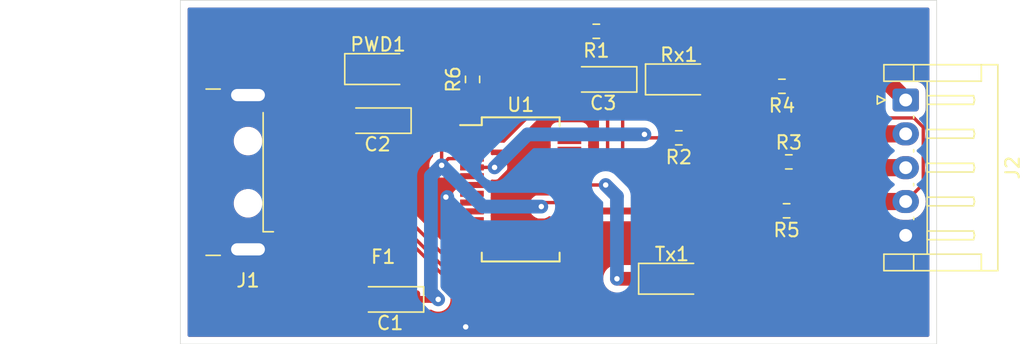
<source format=kicad_pcb>
(kicad_pcb (version 20171130) (host pcbnew "(5.1.8)-1")

  (general
    (thickness 1.6)
    (drawings 4)
    (tracks 143)
    (zones 0)
    (modules 16)
    (nets 29)
  )

  (page A4)
  (layers
    (0 F.Cu signal)
    (31 B.Cu signal)
    (32 B.Adhes user)
    (33 F.Adhes user)
    (34 B.Paste user)
    (35 F.Paste user)
    (36 B.SilkS user)
    (37 F.SilkS user)
    (38 B.Mask user)
    (39 F.Mask user)
    (40 Dwgs.User user)
    (41 Cmts.User user)
    (42 Eco1.User user)
    (43 Eco2.User user)
    (44 Edge.Cuts user)
    (45 Margin user)
    (46 B.CrtYd user)
    (47 F.CrtYd user)
    (48 B.Fab user)
    (49 F.Fab user)
  )

  (setup
    (last_trace_width 1.016)
    (user_trace_width 0.508)
    (user_trace_width 0.762)
    (user_trace_width 1.016)
    (user_trace_width 1.27)
    (trace_clearance 0.2)
    (zone_clearance 0.508)
    (zone_45_only no)
    (trace_min 0.2)
    (via_size 0.8)
    (via_drill 0.4)
    (via_min_size 0.4)
    (via_min_drill 0.3)
    (uvia_size 0.3)
    (uvia_drill 0.1)
    (uvias_allowed no)
    (uvia_min_size 0.2)
    (uvia_min_drill 0.1)
    (edge_width 0.05)
    (segment_width 0.2)
    (pcb_text_width 0.3)
    (pcb_text_size 1.5 1.5)
    (mod_edge_width 0.12)
    (mod_text_size 1 1)
    (mod_text_width 0.15)
    (pad_size 1.524 1.524)
    (pad_drill 0.762)
    (pad_to_mask_clearance 0)
    (aux_axis_origin 0 0)
    (visible_elements FFFFFF7F)
    (pcbplotparams
      (layerselection 0x010fc_ffffffff)
      (usegerberextensions false)
      (usegerberattributes true)
      (usegerberadvancedattributes true)
      (creategerberjobfile true)
      (excludeedgelayer true)
      (linewidth 0.100000)
      (plotframeref false)
      (viasonmask false)
      (mode 1)
      (useauxorigin false)
      (hpglpennumber 1)
      (hpglpenspeed 20)
      (hpglpendiameter 15.000000)
      (psnegative false)
      (psa4output false)
      (plotreference true)
      (plotvalue true)
      (plotinvisibletext false)
      (padsonsilk false)
      (subtractmaskfromsilk false)
      (outputformat 1)
      (mirror false)
      (drillshape 1)
      (scaleselection 1)
      (outputdirectory ""))
  )

  (net 0 "")
  (net 1 GND)
  (net 2 +5V)
  (net 3 "Net-(C2-Pad1)")
  (net 4 "Net-(C3-Pad2)")
  (net 5 "Net-(C3-Pad1)")
  (net 6 "Net-(F1-Pad2)")
  (net 7 "Net-(J1-Pad3)")
  (net 8 "Net-(J1-Pad2)")
  (net 9 "Net-(J2-Pad2)")
  (net 10 "Net-(J2-Pad1)")
  (net 11 "Net-(PWD1-Pad2)")
  (net 12 "Net-(R1-Pad2)")
  (net 13 "Net-(R2-Pad2)")
  (net 14 "Net-(R4-Pad2)")
  (net 15 "Net-(R5-Pad2)")
  (net 16 "Net-(Rx1-Pad1)")
  (net 17 "Net-(Tx1-Pad1)")
  (net 18 "Net-(U1-Pad28)")
  (net 19 "Net-(U1-Pad27)")
  (net 20 "Net-(U1-Pad26)")
  (net 21 "Net-(U1-Pad14)")
  (net 22 "Net-(U1-Pad13)")
  (net 23 "Net-(U1-Pad12)")
  (net 24 "Net-(U1-Pad11)")
  (net 25 "Net-(U1-Pad10)")
  (net 26 "Net-(U1-Pad9)")
  (net 27 "Net-(U1-Pad6)")
  (net 28 "Net-(U1-Pad3)")

  (net_class Default "This is the default net class."
    (clearance 0.2)
    (trace_width 0.25)
    (via_dia 0.8)
    (via_drill 0.4)
    (uvia_dia 0.3)
    (uvia_drill 0.1)
    (add_net +5V)
    (add_net GND)
    (add_net "Net-(C2-Pad1)")
    (add_net "Net-(C3-Pad1)")
    (add_net "Net-(C3-Pad2)")
    (add_net "Net-(F1-Pad2)")
    (add_net "Net-(J1-Pad2)")
    (add_net "Net-(J1-Pad3)")
    (add_net "Net-(J2-Pad1)")
    (add_net "Net-(J2-Pad2)")
    (add_net "Net-(PWD1-Pad2)")
    (add_net "Net-(R1-Pad2)")
    (add_net "Net-(R2-Pad2)")
    (add_net "Net-(R4-Pad2)")
    (add_net "Net-(R5-Pad2)")
    (add_net "Net-(Rx1-Pad1)")
    (add_net "Net-(Tx1-Pad1)")
    (add_net "Net-(U1-Pad10)")
    (add_net "Net-(U1-Pad11)")
    (add_net "Net-(U1-Pad12)")
    (add_net "Net-(U1-Pad13)")
    (add_net "Net-(U1-Pad14)")
    (add_net "Net-(U1-Pad26)")
    (add_net "Net-(U1-Pad27)")
    (add_net "Net-(U1-Pad28)")
    (add_net "Net-(U1-Pad3)")
    (add_net "Net-(U1-Pad6)")
    (add_net "Net-(U1-Pad9)")
  )

  (module Connector_JST:JST_EH_S5B-EH_1x05_P2.50mm_Horizontal (layer F.Cu) (tedit 5C281425) (tstamp 611D5C08)
    (at 141.224 61.976 270)
    (descr "JST EH series connector, S5B-EH (http://www.jst-mfg.com/product/pdf/eng/eEH.pdf), generated with kicad-footprint-generator")
    (tags "connector JST EH horizontal")
    (path /611C344E)
    (fp_text reference J2 (at 5 -7.9 90) (layer F.SilkS)
      (effects (font (size 1 1) (thickness 0.15)))
    )
    (fp_text value Screw_Terminal_01x05 (at 5 2.7 90) (layer F.Fab)
      (effects (font (size 1 1) (thickness 0.15)))
    )
    (fp_text user %R (at 5 -2.6 90) (layer F.Fab)
      (effects (font (size 1 1) (thickness 0.15)))
    )
    (fp_line (start -1.5 -0.7) (end -1.5 1.5) (layer F.Fab) (width 0.1))
    (fp_line (start -1.5 1.5) (end -2.5 1.5) (layer F.Fab) (width 0.1))
    (fp_line (start -2.5 1.5) (end -2.5 -6.7) (layer F.Fab) (width 0.1))
    (fp_line (start -2.5 -6.7) (end 12.5 -6.7) (layer F.Fab) (width 0.1))
    (fp_line (start 12.5 -6.7) (end 12.5 1.5) (layer F.Fab) (width 0.1))
    (fp_line (start 12.5 1.5) (end 11.5 1.5) (layer F.Fab) (width 0.1))
    (fp_line (start 11.5 1.5) (end 11.5 -0.7) (layer F.Fab) (width 0.1))
    (fp_line (start 11.5 -0.7) (end -1.5 -0.7) (layer F.Fab) (width 0.1))
    (fp_line (start -3 -7.2) (end -3 2) (layer F.CrtYd) (width 0.05))
    (fp_line (start -3 2) (end 13 2) (layer F.CrtYd) (width 0.05))
    (fp_line (start 13 2) (end 13 -7.2) (layer F.CrtYd) (width 0.05))
    (fp_line (start 13 -7.2) (end -3 -7.2) (layer F.CrtYd) (width 0.05))
    (fp_line (start -1.39 -0.59) (end -1.39 1.61) (layer F.SilkS) (width 0.12))
    (fp_line (start -1.39 1.61) (end -2.61 1.61) (layer F.SilkS) (width 0.12))
    (fp_line (start -2.61 1.61) (end -2.61 -6.81) (layer F.SilkS) (width 0.12))
    (fp_line (start -2.61 -6.81) (end 12.61 -6.81) (layer F.SilkS) (width 0.12))
    (fp_line (start 12.61 -6.81) (end 12.61 1.61) (layer F.SilkS) (width 0.12))
    (fp_line (start 12.61 1.61) (end 11.39 1.61) (layer F.SilkS) (width 0.12))
    (fp_line (start 11.39 1.61) (end 11.39 -0.59) (layer F.SilkS) (width 0.12))
    (fp_line (start -2.61 -5.59) (end -1.39 -5.59) (layer F.SilkS) (width 0.12))
    (fp_line (start -1.39 -5.59) (end -1.39 -0.59) (layer F.SilkS) (width 0.12))
    (fp_line (start -1.39 -0.59) (end -2.61 -0.59) (layer F.SilkS) (width 0.12))
    (fp_line (start 12.61 -5.59) (end 11.39 -5.59) (layer F.SilkS) (width 0.12))
    (fp_line (start 11.39 -5.59) (end 11.39 -0.59) (layer F.SilkS) (width 0.12))
    (fp_line (start 11.39 -0.59) (end 12.61 -0.59) (layer F.SilkS) (width 0.12))
    (fp_line (start -1.39 -1.59) (end 11.39 -1.59) (layer F.SilkS) (width 0.12))
    (fp_line (start 0 -1.59) (end -0.32 -1.59) (layer F.SilkS) (width 0.12))
    (fp_line (start -0.32 -1.59) (end -0.32 -5.01) (layer F.SilkS) (width 0.12))
    (fp_line (start -0.32 -5.01) (end 0 -5.09) (layer F.SilkS) (width 0.12))
    (fp_line (start 0 -5.09) (end 0.32 -5.01) (layer F.SilkS) (width 0.12))
    (fp_line (start 0.32 -5.01) (end 0.32 -1.59) (layer F.SilkS) (width 0.12))
    (fp_line (start 0.32 -1.59) (end 0 -1.59) (layer F.SilkS) (width 0.12))
    (fp_line (start 1.17 -0.59) (end 1.33 -0.59) (layer F.SilkS) (width 0.12))
    (fp_line (start 2.5 -1.59) (end 2.18 -1.59) (layer F.SilkS) (width 0.12))
    (fp_line (start 2.18 -1.59) (end 2.18 -5.01) (layer F.SilkS) (width 0.12))
    (fp_line (start 2.18 -5.01) (end 2.5 -5.09) (layer F.SilkS) (width 0.12))
    (fp_line (start 2.5 -5.09) (end 2.82 -5.01) (layer F.SilkS) (width 0.12))
    (fp_line (start 2.82 -5.01) (end 2.82 -1.59) (layer F.SilkS) (width 0.12))
    (fp_line (start 2.82 -1.59) (end 2.5 -1.59) (layer F.SilkS) (width 0.12))
    (fp_line (start 3.67 -0.59) (end 3.83 -0.59) (layer F.SilkS) (width 0.12))
    (fp_line (start 5 -1.59) (end 4.68 -1.59) (layer F.SilkS) (width 0.12))
    (fp_line (start 4.68 -1.59) (end 4.68 -5.01) (layer F.SilkS) (width 0.12))
    (fp_line (start 4.68 -5.01) (end 5 -5.09) (layer F.SilkS) (width 0.12))
    (fp_line (start 5 -5.09) (end 5.32 -5.01) (layer F.SilkS) (width 0.12))
    (fp_line (start 5.32 -5.01) (end 5.32 -1.59) (layer F.SilkS) (width 0.12))
    (fp_line (start 5.32 -1.59) (end 5 -1.59) (layer F.SilkS) (width 0.12))
    (fp_line (start 6.17 -0.59) (end 6.33 -0.59) (layer F.SilkS) (width 0.12))
    (fp_line (start 7.5 -1.59) (end 7.18 -1.59) (layer F.SilkS) (width 0.12))
    (fp_line (start 7.18 -1.59) (end 7.18 -5.01) (layer F.SilkS) (width 0.12))
    (fp_line (start 7.18 -5.01) (end 7.5 -5.09) (layer F.SilkS) (width 0.12))
    (fp_line (start 7.5 -5.09) (end 7.82 -5.01) (layer F.SilkS) (width 0.12))
    (fp_line (start 7.82 -5.01) (end 7.82 -1.59) (layer F.SilkS) (width 0.12))
    (fp_line (start 7.82 -1.59) (end 7.5 -1.59) (layer F.SilkS) (width 0.12))
    (fp_line (start 8.67 -0.59) (end 8.83 -0.59) (layer F.SilkS) (width 0.12))
    (fp_line (start 10 -1.59) (end 9.68 -1.59) (layer F.SilkS) (width 0.12))
    (fp_line (start 9.68 -1.59) (end 9.68 -5.01) (layer F.SilkS) (width 0.12))
    (fp_line (start 9.68 -5.01) (end 10 -5.09) (layer F.SilkS) (width 0.12))
    (fp_line (start 10 -5.09) (end 10.32 -5.01) (layer F.SilkS) (width 0.12))
    (fp_line (start 10.32 -5.01) (end 10.32 -1.59) (layer F.SilkS) (width 0.12))
    (fp_line (start 10.32 -1.59) (end 10 -1.59) (layer F.SilkS) (width 0.12))
    (fp_line (start 0 1.5) (end -0.3 2.1) (layer F.SilkS) (width 0.12))
    (fp_line (start -0.3 2.1) (end 0.3 2.1) (layer F.SilkS) (width 0.12))
    (fp_line (start 0.3 2.1) (end 0 1.5) (layer F.SilkS) (width 0.12))
    (fp_line (start -0.5 -0.7) (end 0 -1.407107) (layer F.Fab) (width 0.1))
    (fp_line (start 0 -1.407107) (end 0.5 -0.7) (layer F.Fab) (width 0.1))
    (pad 5 thru_hole oval (at 10 0 270) (size 1.7 1.95) (drill 0.95) (layers *.Cu *.Mask)
      (net 1 GND))
    (pad 4 thru_hole oval (at 7.5 0 270) (size 1.7 1.95) (drill 0.95) (layers *.Cu *.Mask)
      (net 2 +5V))
    (pad 3 thru_hole oval (at 5 0 270) (size 1.7 1.95) (drill 0.95) (layers *.Cu *.Mask)
      (net 5 "Net-(C3-Pad1)"))
    (pad 2 thru_hole oval (at 2.5 0 270) (size 1.7 1.95) (drill 0.95) (layers *.Cu *.Mask)
      (net 9 "Net-(J2-Pad2)"))
    (pad 1 thru_hole roundrect (at 0 0 270) (size 1.7 1.95) (drill 0.95) (layers *.Cu *.Mask) (roundrect_rratio 0.147059)
      (net 10 "Net-(J2-Pad1)"))
    (model ${KISYS3DMOD}/Connector_JST.3dshapes/JST_EH_S5B-EH_1x05_P2.50mm_Horizontal.wrl
      (at (xyz 0 0 0))
      (scale (xyz 1 1 1))
      (rotate (xyz 0 0 0))
    )
  )

  (module Package_SO:SSOP-28_5.3x10.2mm_P0.65mm (layer F.Cu) (tedit 5A02F25C) (tstamp 611D5CD8)
    (at 112.776 68.58)
    (descr "28-Lead Plastic Shrink Small Outline (SS)-5.30 mm Body [SSOP] (see Microchip Packaging Specification 00000049BS.pdf)")
    (tags "SSOP 0.65")
    (path /611BFD41)
    (attr smd)
    (fp_text reference U1 (at 0 -6.25) (layer F.SilkS)
      (effects (font (size 1 1) (thickness 0.15)))
    )
    (fp_text value FT232RL (at 0 6.25) (layer F.Fab)
      (effects (font (size 1 1) (thickness 0.15)))
    )
    (fp_text user %R (at 0 0) (layer F.Fab)
      (effects (font (size 0.8 0.8) (thickness 0.15)))
    )
    (fp_line (start -1.65 -5.1) (end 2.65 -5.1) (layer F.Fab) (width 0.15))
    (fp_line (start 2.65 -5.1) (end 2.65 5.1) (layer F.Fab) (width 0.15))
    (fp_line (start 2.65 5.1) (end -2.65 5.1) (layer F.Fab) (width 0.15))
    (fp_line (start -2.65 5.1) (end -2.65 -4.1) (layer F.Fab) (width 0.15))
    (fp_line (start -2.65 -4.1) (end -1.65 -5.1) (layer F.Fab) (width 0.15))
    (fp_line (start -4.75 -5.5) (end -4.75 5.5) (layer F.CrtYd) (width 0.05))
    (fp_line (start 4.75 -5.5) (end 4.75 5.5) (layer F.CrtYd) (width 0.05))
    (fp_line (start -4.75 -5.5) (end 4.75 -5.5) (layer F.CrtYd) (width 0.05))
    (fp_line (start -4.75 5.5) (end 4.75 5.5) (layer F.CrtYd) (width 0.05))
    (fp_line (start -2.875 -5.325) (end -2.875 -4.75) (layer F.SilkS) (width 0.15))
    (fp_line (start 2.875 -5.325) (end 2.875 -4.675) (layer F.SilkS) (width 0.15))
    (fp_line (start 2.875 5.325) (end 2.875 4.675) (layer F.SilkS) (width 0.15))
    (fp_line (start -2.875 5.325) (end -2.875 4.675) (layer F.SilkS) (width 0.15))
    (fp_line (start -2.875 -5.325) (end 2.875 -5.325) (layer F.SilkS) (width 0.15))
    (fp_line (start -2.875 5.325) (end 2.875 5.325) (layer F.SilkS) (width 0.15))
    (fp_line (start -2.875 -4.75) (end -4.475 -4.75) (layer F.SilkS) (width 0.15))
    (pad 28 smd rect (at 3.6 -4.225) (size 1.75 0.45) (layers F.Cu F.Paste F.Mask)
      (net 18 "Net-(U1-Pad28)"))
    (pad 27 smd rect (at 3.6 -3.575) (size 1.75 0.45) (layers F.Cu F.Paste F.Mask)
      (net 19 "Net-(U1-Pad27)"))
    (pad 26 smd rect (at 3.6 -2.925) (size 1.75 0.45) (layers F.Cu F.Paste F.Mask)
      (net 20 "Net-(U1-Pad26)"))
    (pad 25 smd rect (at 3.6 -2.275) (size 1.75 0.45) (layers F.Cu F.Paste F.Mask)
      (net 1 GND))
    (pad 24 smd rect (at 3.6 -1.625) (size 1.75 0.45) (layers F.Cu F.Paste F.Mask))
    (pad 23 smd rect (at 3.6 -0.975) (size 1.75 0.45) (layers F.Cu F.Paste F.Mask)
      (net 16 "Net-(Rx1-Pad1)"))
    (pad 22 smd rect (at 3.6 -0.325) (size 1.75 0.45) (layers F.Cu F.Paste F.Mask)
      (net 17 "Net-(Tx1-Pad1)"))
    (pad 21 smd rect (at 3.6 0.325) (size 1.75 0.45) (layers F.Cu F.Paste F.Mask)
      (net 1 GND))
    (pad 20 smd rect (at 3.6 0.975) (size 1.75 0.45) (layers F.Cu F.Paste F.Mask)
      (net 2 +5V))
    (pad 19 smd rect (at 3.6 1.625) (size 1.75 0.45) (layers F.Cu F.Paste F.Mask)
      (net 2 +5V))
    (pad 18 smd rect (at 3.6 2.275) (size 1.75 0.45) (layers F.Cu F.Paste F.Mask)
      (net 1 GND))
    (pad 17 smd rect (at 3.6 2.925) (size 1.75 0.45) (layers F.Cu F.Paste F.Mask)
      (net 3 "Net-(C2-Pad1)"))
    (pad 16 smd rect (at 3.6 3.575) (size 1.75 0.45) (layers F.Cu F.Paste F.Mask)
      (net 8 "Net-(J1-Pad2)"))
    (pad 15 smd rect (at 3.6 4.225) (size 1.75 0.45) (layers F.Cu F.Paste F.Mask)
      (net 7 "Net-(J1-Pad3)"))
    (pad 14 smd rect (at -3.6 4.225) (size 1.75 0.45) (layers F.Cu F.Paste F.Mask)
      (net 21 "Net-(U1-Pad14)"))
    (pad 13 smd rect (at -3.6 3.575) (size 1.75 0.45) (layers F.Cu F.Paste F.Mask)
      (net 22 "Net-(U1-Pad13)"))
    (pad 12 smd rect (at -3.6 2.925) (size 1.75 0.45) (layers F.Cu F.Paste F.Mask)
      (net 23 "Net-(U1-Pad12)"))
    (pad 11 smd rect (at -3.6 2.275) (size 1.75 0.45) (layers F.Cu F.Paste F.Mask)
      (net 24 "Net-(U1-Pad11)"))
    (pad 10 smd rect (at -3.6 1.625) (size 1.75 0.45) (layers F.Cu F.Paste F.Mask)
      (net 25 "Net-(U1-Pad10)"))
    (pad 9 smd rect (at -3.6 0.975) (size 1.75 0.45) (layers F.Cu F.Paste F.Mask)
      (net 26 "Net-(U1-Pad9)"))
    (pad 8 smd rect (at -3.6 0.325) (size 1.75 0.45) (layers F.Cu F.Paste F.Mask))
    (pad 7 smd rect (at -3.6 -0.325) (size 1.75 0.45) (layers F.Cu F.Paste F.Mask)
      (net 1 GND))
    (pad 6 smd rect (at -3.6 -0.975) (size 1.75 0.45) (layers F.Cu F.Paste F.Mask)
      (net 27 "Net-(U1-Pad6)"))
    (pad 5 smd rect (at -3.6 -1.625) (size 1.75 0.45) (layers F.Cu F.Paste F.Mask)
      (net 13 "Net-(R2-Pad2)"))
    (pad 4 smd rect (at -3.6 -2.275) (size 1.75 0.45) (layers F.Cu F.Paste F.Mask)
      (net 2 +5V))
    (pad 3 smd rect (at -3.6 -2.925) (size 1.75 0.45) (layers F.Cu F.Paste F.Mask)
      (net 28 "Net-(U1-Pad3)"))
    (pad 2 smd rect (at -3.6 -3.575) (size 1.75 0.45) (layers F.Cu F.Paste F.Mask)
      (net 4 "Net-(C3-Pad2)"))
    (pad 1 smd rect (at -3.6 -4.225) (size 1.75 0.45) (layers F.Cu F.Paste F.Mask)
      (net 12 "Net-(R1-Pad2)"))
    (model ${KISYS3DMOD}/Package_SO.3dshapes/SSOP-28_5.3x10.2mm_P0.65mm.wrl
      (at (xyz 0 0 0))
      (scale (xyz 1 1 1))
      (rotate (xyz 0 0 0))
    )
  )

  (module LED_SMD:LED_1206_3216Metric_Pad1.42x1.75mm_HandSolder (layer F.Cu) (tedit 5F68FEF1) (tstamp 611D5CA7)
    (at 123.952 75.184)
    (descr "LED SMD 1206 (3216 Metric), square (rectangular) end terminal, IPC_7351 nominal, (Body size source: http://www.tortai-tech.com/upload/download/2011102023233369053.pdf), generated with kicad-footprint-generator")
    (tags "LED handsolder")
    (path /611C4D2D)
    (attr smd)
    (fp_text reference Tx1 (at 0 -1.82) (layer F.SilkS)
      (effects (font (size 1 1) (thickness 0.15)))
    )
    (fp_text value LED2 (at 0 1.82) (layer F.Fab)
      (effects (font (size 1 1) (thickness 0.15)))
    )
    (fp_text user %R (at 0 0) (layer F.Fab)
      (effects (font (size 0.8 0.8) (thickness 0.12)))
    )
    (fp_line (start 1.6 -0.8) (end -1.2 -0.8) (layer F.Fab) (width 0.1))
    (fp_line (start -1.2 -0.8) (end -1.6 -0.4) (layer F.Fab) (width 0.1))
    (fp_line (start -1.6 -0.4) (end -1.6 0.8) (layer F.Fab) (width 0.1))
    (fp_line (start -1.6 0.8) (end 1.6 0.8) (layer F.Fab) (width 0.1))
    (fp_line (start 1.6 0.8) (end 1.6 -0.8) (layer F.Fab) (width 0.1))
    (fp_line (start 1.6 -1.135) (end -2.46 -1.135) (layer F.SilkS) (width 0.12))
    (fp_line (start -2.46 -1.135) (end -2.46 1.135) (layer F.SilkS) (width 0.12))
    (fp_line (start -2.46 1.135) (end 1.6 1.135) (layer F.SilkS) (width 0.12))
    (fp_line (start -2.45 1.12) (end -2.45 -1.12) (layer F.CrtYd) (width 0.05))
    (fp_line (start -2.45 -1.12) (end 2.45 -1.12) (layer F.CrtYd) (width 0.05))
    (fp_line (start 2.45 -1.12) (end 2.45 1.12) (layer F.CrtYd) (width 0.05))
    (fp_line (start 2.45 1.12) (end -2.45 1.12) (layer F.CrtYd) (width 0.05))
    (pad 2 smd roundrect (at 1.4875 0) (size 1.425 1.75) (layers F.Cu F.Paste F.Mask) (roundrect_rratio 0.175439)
      (net 15 "Net-(R5-Pad2)"))
    (pad 1 smd roundrect (at -1.4875 0) (size 1.425 1.75) (layers F.Cu F.Paste F.Mask) (roundrect_rratio 0.175439)
      (net 17 "Net-(Tx1-Pad1)"))
    (model ${KISYS3DMOD}/LED_SMD.3dshapes/LED_1206_3216Metric.wrl
      (at (xyz 0 0 0))
      (scale (xyz 1 1 1))
      (rotate (xyz 0 0 0))
    )
  )

  (module LED_SMD:LED_1206_3216Metric_Pad1.42x1.75mm_HandSolder (layer F.Cu) (tedit 5F68FEF1) (tstamp 611D5C94)
    (at 124.46 60.452)
    (descr "LED SMD 1206 (3216 Metric), square (rectangular) end terminal, IPC_7351 nominal, (Body size source: http://www.tortai-tech.com/upload/download/2011102023233369053.pdf), generated with kicad-footprint-generator")
    (tags "LED handsolder")
    (path /611C46EA)
    (attr smd)
    (fp_text reference Rx1 (at 0 -1.82) (layer F.SilkS)
      (effects (font (size 1 1) (thickness 0.15)))
    )
    (fp_text value LED1 (at 0 1.82) (layer F.Fab)
      (effects (font (size 1 1) (thickness 0.15)))
    )
    (fp_text user %R (at 0 0) (layer F.Fab)
      (effects (font (size 0.8 0.8) (thickness 0.12)))
    )
    (fp_line (start 1.6 -0.8) (end -1.2 -0.8) (layer F.Fab) (width 0.1))
    (fp_line (start -1.2 -0.8) (end -1.6 -0.4) (layer F.Fab) (width 0.1))
    (fp_line (start -1.6 -0.4) (end -1.6 0.8) (layer F.Fab) (width 0.1))
    (fp_line (start -1.6 0.8) (end 1.6 0.8) (layer F.Fab) (width 0.1))
    (fp_line (start 1.6 0.8) (end 1.6 -0.8) (layer F.Fab) (width 0.1))
    (fp_line (start 1.6 -1.135) (end -2.46 -1.135) (layer F.SilkS) (width 0.12))
    (fp_line (start -2.46 -1.135) (end -2.46 1.135) (layer F.SilkS) (width 0.12))
    (fp_line (start -2.46 1.135) (end 1.6 1.135) (layer F.SilkS) (width 0.12))
    (fp_line (start -2.45 1.12) (end -2.45 -1.12) (layer F.CrtYd) (width 0.05))
    (fp_line (start -2.45 -1.12) (end 2.45 -1.12) (layer F.CrtYd) (width 0.05))
    (fp_line (start 2.45 -1.12) (end 2.45 1.12) (layer F.CrtYd) (width 0.05))
    (fp_line (start 2.45 1.12) (end -2.45 1.12) (layer F.CrtYd) (width 0.05))
    (pad 2 smd roundrect (at 1.4875 0) (size 1.425 1.75) (layers F.Cu F.Paste F.Mask) (roundrect_rratio 0.175439)
      (net 14 "Net-(R4-Pad2)"))
    (pad 1 smd roundrect (at -1.4875 0) (size 1.425 1.75) (layers F.Cu F.Paste F.Mask) (roundrect_rratio 0.175439)
      (net 16 "Net-(Rx1-Pad1)"))
    (model ${KISYS3DMOD}/LED_SMD.3dshapes/LED_1206_3216Metric.wrl
      (at (xyz 0 0 0))
      (scale (xyz 1 1 1))
      (rotate (xyz 0 0 0))
    )
  )

  (module Resistor_SMD:R_0603_1608Metric (layer F.Cu) (tedit 5F68FEEE) (tstamp 611D5C81)
    (at 109.22 60.452 90)
    (descr "Resistor SMD 0603 (1608 Metric), square (rectangular) end terminal, IPC_7351 nominal, (Body size source: IPC-SM-782 page 72, https://www.pcb-3d.com/wordpress/wp-content/uploads/ipc-sm-782a_amendment_1_and_2.pdf), generated with kicad-footprint-generator")
    (tags resistor)
    (path /611C2944)
    (attr smd)
    (fp_text reference R6 (at 0 -1.43 90) (layer F.SilkS)
      (effects (font (size 1 1) (thickness 0.15)))
    )
    (fp_text value 1K (at 0 1.43 90) (layer F.Fab)
      (effects (font (size 1 1) (thickness 0.15)))
    )
    (fp_text user %R (at 0 0 90) (layer F.Fab)
      (effects (font (size 0.4 0.4) (thickness 0.06)))
    )
    (fp_line (start -0.8 0.4125) (end -0.8 -0.4125) (layer F.Fab) (width 0.1))
    (fp_line (start -0.8 -0.4125) (end 0.8 -0.4125) (layer F.Fab) (width 0.1))
    (fp_line (start 0.8 -0.4125) (end 0.8 0.4125) (layer F.Fab) (width 0.1))
    (fp_line (start 0.8 0.4125) (end -0.8 0.4125) (layer F.Fab) (width 0.1))
    (fp_line (start -0.237258 -0.5225) (end 0.237258 -0.5225) (layer F.SilkS) (width 0.12))
    (fp_line (start -0.237258 0.5225) (end 0.237258 0.5225) (layer F.SilkS) (width 0.12))
    (fp_line (start -1.48 0.73) (end -1.48 -0.73) (layer F.CrtYd) (width 0.05))
    (fp_line (start -1.48 -0.73) (end 1.48 -0.73) (layer F.CrtYd) (width 0.05))
    (fp_line (start 1.48 -0.73) (end 1.48 0.73) (layer F.CrtYd) (width 0.05))
    (fp_line (start 1.48 0.73) (end -1.48 0.73) (layer F.CrtYd) (width 0.05))
    (pad 2 smd roundrect (at 0.825 0 90) (size 0.8 0.95) (layers F.Cu F.Paste F.Mask) (roundrect_rratio 0.25)
      (net 11 "Net-(PWD1-Pad2)"))
    (pad 1 smd roundrect (at -0.825 0 90) (size 0.8 0.95) (layers F.Cu F.Paste F.Mask) (roundrect_rratio 0.25)
      (net 2 +5V))
    (model ${KISYS3DMOD}/Resistor_SMD.3dshapes/R_0603_1608Metric.wrl
      (at (xyz 0 0 0))
      (scale (xyz 1 1 1))
      (rotate (xyz 0 0 0))
    )
  )

  (module Resistor_SMD:R_0603_1608Metric (layer F.Cu) (tedit 5F68FEEE) (tstamp 611D5C70)
    (at 132.425001 70.160001 180)
    (descr "Resistor SMD 0603 (1608 Metric), square (rectangular) end terminal, IPC_7351 nominal, (Body size source: IPC-SM-782 page 72, https://www.pcb-3d.com/wordpress/wp-content/uploads/ipc-sm-782a_amendment_1_and_2.pdf), generated with kicad-footprint-generator")
    (tags resistor)
    (path /611C40C9)
    (attr smd)
    (fp_text reference R5 (at 0 -1.43) (layer F.SilkS)
      (effects (font (size 1 1) (thickness 0.15)))
    )
    (fp_text value 1K (at 0 1.43) (layer F.Fab)
      (effects (font (size 1 1) (thickness 0.15)))
    )
    (fp_text user %R (at 0 0) (layer F.Fab)
      (effects (font (size 0.4 0.4) (thickness 0.06)))
    )
    (fp_line (start -0.8 0.4125) (end -0.8 -0.4125) (layer F.Fab) (width 0.1))
    (fp_line (start -0.8 -0.4125) (end 0.8 -0.4125) (layer F.Fab) (width 0.1))
    (fp_line (start 0.8 -0.4125) (end 0.8 0.4125) (layer F.Fab) (width 0.1))
    (fp_line (start 0.8 0.4125) (end -0.8 0.4125) (layer F.Fab) (width 0.1))
    (fp_line (start -0.237258 -0.5225) (end 0.237258 -0.5225) (layer F.SilkS) (width 0.12))
    (fp_line (start -0.237258 0.5225) (end 0.237258 0.5225) (layer F.SilkS) (width 0.12))
    (fp_line (start -1.48 0.73) (end -1.48 -0.73) (layer F.CrtYd) (width 0.05))
    (fp_line (start -1.48 -0.73) (end 1.48 -0.73) (layer F.CrtYd) (width 0.05))
    (fp_line (start 1.48 -0.73) (end 1.48 0.73) (layer F.CrtYd) (width 0.05))
    (fp_line (start 1.48 0.73) (end -1.48 0.73) (layer F.CrtYd) (width 0.05))
    (pad 2 smd roundrect (at 0.825 0 180) (size 0.8 0.95) (layers F.Cu F.Paste F.Mask) (roundrect_rratio 0.25)
      (net 15 "Net-(R5-Pad2)"))
    (pad 1 smd roundrect (at -0.825 0 180) (size 0.8 0.95) (layers F.Cu F.Paste F.Mask) (roundrect_rratio 0.25)
      (net 2 +5V))
    (model ${KISYS3DMOD}/Resistor_SMD.3dshapes/R_0603_1608Metric.wrl
      (at (xyz 0 0 0))
      (scale (xyz 1 1 1))
      (rotate (xyz 0 0 0))
    )
  )

  (module Resistor_SMD:R_0603_1608Metric (layer F.Cu) (tedit 5F68FEEE) (tstamp 611D5C5F)
    (at 132.08 60.96 180)
    (descr "Resistor SMD 0603 (1608 Metric), square (rectangular) end terminal, IPC_7351 nominal, (Body size source: IPC-SM-782 page 72, https://www.pcb-3d.com/wordpress/wp-content/uploads/ipc-sm-782a_amendment_1_and_2.pdf), generated with kicad-footprint-generator")
    (tags resistor)
    (path /611C4417)
    (attr smd)
    (fp_text reference R4 (at 0 -1.43) (layer F.SilkS)
      (effects (font (size 1 1) (thickness 0.15)))
    )
    (fp_text value 1K (at 0 1.43) (layer F.Fab)
      (effects (font (size 1 1) (thickness 0.15)))
    )
    (fp_text user %R (at 0 0) (layer F.Fab)
      (effects (font (size 0.4 0.4) (thickness 0.06)))
    )
    (fp_line (start -0.8 0.4125) (end -0.8 -0.4125) (layer F.Fab) (width 0.1))
    (fp_line (start -0.8 -0.4125) (end 0.8 -0.4125) (layer F.Fab) (width 0.1))
    (fp_line (start 0.8 -0.4125) (end 0.8 0.4125) (layer F.Fab) (width 0.1))
    (fp_line (start 0.8 0.4125) (end -0.8 0.4125) (layer F.Fab) (width 0.1))
    (fp_line (start -0.237258 -0.5225) (end 0.237258 -0.5225) (layer F.SilkS) (width 0.12))
    (fp_line (start -0.237258 0.5225) (end 0.237258 0.5225) (layer F.SilkS) (width 0.12))
    (fp_line (start -1.48 0.73) (end -1.48 -0.73) (layer F.CrtYd) (width 0.05))
    (fp_line (start -1.48 -0.73) (end 1.48 -0.73) (layer F.CrtYd) (width 0.05))
    (fp_line (start 1.48 -0.73) (end 1.48 0.73) (layer F.CrtYd) (width 0.05))
    (fp_line (start 1.48 0.73) (end -1.48 0.73) (layer F.CrtYd) (width 0.05))
    (pad 2 smd roundrect (at 0.825 0 180) (size 0.8 0.95) (layers F.Cu F.Paste F.Mask) (roundrect_rratio 0.25)
      (net 14 "Net-(R4-Pad2)"))
    (pad 1 smd roundrect (at -0.825 0 180) (size 0.8 0.95) (layers F.Cu F.Paste F.Mask) (roundrect_rratio 0.25)
      (net 2 +5V))
    (model ${KISYS3DMOD}/Resistor_SMD.3dshapes/R_0603_1608Metric.wrl
      (at (xyz 0 0 0))
      (scale (xyz 1 1 1))
      (rotate (xyz 0 0 0))
    )
  )

  (module Resistor_SMD:R_0603_1608Metric (layer F.Cu) (tedit 5F68FEEE) (tstamp 611D5C4E)
    (at 132.588 66.548)
    (descr "Resistor SMD 0603 (1608 Metric), square (rectangular) end terminal, IPC_7351 nominal, (Body size source: IPC-SM-782 page 72, https://www.pcb-3d.com/wordpress/wp-content/uploads/ipc-sm-782a_amendment_1_and_2.pdf), generated with kicad-footprint-generator")
    (tags resistor)
    (path /611C2FA3)
    (attr smd)
    (fp_text reference R3 (at 0 -1.43) (layer F.SilkS)
      (effects (font (size 1 1) (thickness 0.15)))
    )
    (fp_text value 10K (at 0 1.43) (layer F.Fab)
      (effects (font (size 1 1) (thickness 0.15)))
    )
    (fp_text user %R (at 0 0) (layer F.Fab)
      (effects (font (size 0.4 0.4) (thickness 0.06)))
    )
    (fp_line (start -0.8 0.4125) (end -0.8 -0.4125) (layer F.Fab) (width 0.1))
    (fp_line (start -0.8 -0.4125) (end 0.8 -0.4125) (layer F.Fab) (width 0.1))
    (fp_line (start 0.8 -0.4125) (end 0.8 0.4125) (layer F.Fab) (width 0.1))
    (fp_line (start 0.8 0.4125) (end -0.8 0.4125) (layer F.Fab) (width 0.1))
    (fp_line (start -0.237258 -0.5225) (end 0.237258 -0.5225) (layer F.SilkS) (width 0.12))
    (fp_line (start -0.237258 0.5225) (end 0.237258 0.5225) (layer F.SilkS) (width 0.12))
    (fp_line (start -1.48 0.73) (end -1.48 -0.73) (layer F.CrtYd) (width 0.05))
    (fp_line (start -1.48 -0.73) (end 1.48 -0.73) (layer F.CrtYd) (width 0.05))
    (fp_line (start 1.48 -0.73) (end 1.48 0.73) (layer F.CrtYd) (width 0.05))
    (fp_line (start 1.48 0.73) (end -1.48 0.73) (layer F.CrtYd) (width 0.05))
    (pad 2 smd roundrect (at 0.825 0) (size 0.8 0.95) (layers F.Cu F.Paste F.Mask) (roundrect_rratio 0.25)
      (net 5 "Net-(C3-Pad1)"))
    (pad 1 smd roundrect (at -0.825 0) (size 0.8 0.95) (layers F.Cu F.Paste F.Mask) (roundrect_rratio 0.25)
      (net 2 +5V))
    (model ${KISYS3DMOD}/Resistor_SMD.3dshapes/R_0603_1608Metric.wrl
      (at (xyz 0 0 0))
      (scale (xyz 1 1 1))
      (rotate (xyz 0 0 0))
    )
  )

  (module Resistor_SMD:R_0603_1608Metric (layer F.Cu) (tedit 5F68FEEE) (tstamp 611D5C3D)
    (at 124.46 64.77 180)
    (descr "Resistor SMD 0603 (1608 Metric), square (rectangular) end terminal, IPC_7351 nominal, (Body size source: IPC-SM-782 page 72, https://www.pcb-3d.com/wordpress/wp-content/uploads/ipc-sm-782a_amendment_1_and_2.pdf), generated with kicad-footprint-generator")
    (tags resistor)
    (path /611C2BC3)
    (attr smd)
    (fp_text reference R2 (at 0 -1.43) (layer F.SilkS)
      (effects (font (size 1 1) (thickness 0.15)))
    )
    (fp_text value 1K (at 0 1.43) (layer F.Fab)
      (effects (font (size 1 1) (thickness 0.15)))
    )
    (fp_text user %R (at 0.156999 0.023999) (layer F.Fab)
      (effects (font (size 0.4 0.4) (thickness 0.06)))
    )
    (fp_line (start -0.8 0.4125) (end -0.8 -0.4125) (layer F.Fab) (width 0.1))
    (fp_line (start -0.8 -0.4125) (end 0.8 -0.4125) (layer F.Fab) (width 0.1))
    (fp_line (start 0.8 -0.4125) (end 0.8 0.4125) (layer F.Fab) (width 0.1))
    (fp_line (start 0.8 0.4125) (end -0.8 0.4125) (layer F.Fab) (width 0.1))
    (fp_line (start -0.237258 -0.5225) (end 0.237258 -0.5225) (layer F.SilkS) (width 0.12))
    (fp_line (start -0.237258 0.5225) (end 0.237258 0.5225) (layer F.SilkS) (width 0.12))
    (fp_line (start -1.48 0.73) (end -1.48 -0.73) (layer F.CrtYd) (width 0.05))
    (fp_line (start -1.48 -0.73) (end 1.48 -0.73) (layer F.CrtYd) (width 0.05))
    (fp_line (start 1.48 -0.73) (end 1.48 0.73) (layer F.CrtYd) (width 0.05))
    (fp_line (start 1.48 0.73) (end -1.48 0.73) (layer F.CrtYd) (width 0.05))
    (pad 2 smd roundrect (at 0.825 0 180) (size 0.8 0.95) (layers F.Cu F.Paste F.Mask) (roundrect_rratio 0.25)
      (net 13 "Net-(R2-Pad2)"))
    (pad 1 smd roundrect (at -0.825 0 180) (size 0.8 0.95) (layers F.Cu F.Paste F.Mask) (roundrect_rratio 0.25)
      (net 9 "Net-(J2-Pad2)"))
    (model ${KISYS3DMOD}/Resistor_SMD.3dshapes/R_0603_1608Metric.wrl
      (at (xyz 0 0 0))
      (scale (xyz 1 1 1))
      (rotate (xyz 0 0 0))
    )
  )

  (module Resistor_SMD:R_0603_1608Metric (layer F.Cu) (tedit 5F68FEEE) (tstamp 611D5C2C)
    (at 118.364 56.896 180)
    (descr "Resistor SMD 0603 (1608 Metric), square (rectangular) end terminal, IPC_7351 nominal, (Body size source: IPC-SM-782 page 72, https://www.pcb-3d.com/wordpress/wp-content/uploads/ipc-sm-782a_amendment_1_and_2.pdf), generated with kicad-footprint-generator")
    (tags resistor)
    (path /611C2CBD)
    (attr smd)
    (fp_text reference R1 (at 0 -1.43) (layer F.SilkS)
      (effects (font (size 1 1) (thickness 0.15)))
    )
    (fp_text value 1K (at 0 1.43) (layer F.Fab)
      (effects (font (size 1 1) (thickness 0.15)))
    )
    (fp_text user %R (at 0 0) (layer F.Fab)
      (effects (font (size 0.4 0.4) (thickness 0.06)))
    )
    (fp_line (start -0.8 0.4125) (end -0.8 -0.4125) (layer F.Fab) (width 0.1))
    (fp_line (start -0.8 -0.4125) (end 0.8 -0.4125) (layer F.Fab) (width 0.1))
    (fp_line (start 0.8 -0.4125) (end 0.8 0.4125) (layer F.Fab) (width 0.1))
    (fp_line (start 0.8 0.4125) (end -0.8 0.4125) (layer F.Fab) (width 0.1))
    (fp_line (start -0.237258 -0.5225) (end 0.237258 -0.5225) (layer F.SilkS) (width 0.12))
    (fp_line (start -0.237258 0.5225) (end 0.237258 0.5225) (layer F.SilkS) (width 0.12))
    (fp_line (start -1.48 0.73) (end -1.48 -0.73) (layer F.CrtYd) (width 0.05))
    (fp_line (start -1.48 -0.73) (end 1.48 -0.73) (layer F.CrtYd) (width 0.05))
    (fp_line (start 1.48 -0.73) (end 1.48 0.73) (layer F.CrtYd) (width 0.05))
    (fp_line (start 1.48 0.73) (end -1.48 0.73) (layer F.CrtYd) (width 0.05))
    (pad 2 smd roundrect (at 0.825 0 180) (size 0.8 0.95) (layers F.Cu F.Paste F.Mask) (roundrect_rratio 0.25)
      (net 12 "Net-(R1-Pad2)"))
    (pad 1 smd roundrect (at -0.825 0 180) (size 0.8 0.95) (layers F.Cu F.Paste F.Mask) (roundrect_rratio 0.25)
      (net 10 "Net-(J2-Pad1)"))
    (model ${KISYS3DMOD}/Resistor_SMD.3dshapes/R_0603_1608Metric.wrl
      (at (xyz 0 0 0))
      (scale (xyz 1 1 1))
      (rotate (xyz 0 0 0))
    )
  )

  (module LED_SMD:LED_1206_3216Metric_Pad1.42x1.75mm_HandSolder (layer F.Cu) (tedit 5F68FEF1) (tstamp 611D6443)
    (at 102.235 59.69)
    (descr "LED SMD 1206 (3216 Metric), square (rectangular) end terminal, IPC_7351 nominal, (Body size source: http://www.tortai-tech.com/upload/download/2011102023233369053.pdf), generated with kicad-footprint-generator")
    (tags "LED handsolder")
    (path /611E87AB)
    (attr smd)
    (fp_text reference PWD1 (at 0 -1.82) (layer F.SilkS)
      (effects (font (size 1 1) (thickness 0.15)))
    )
    (fp_text value LED3 (at 0 1.82) (layer F.Fab)
      (effects (font (size 1 1) (thickness 0.15)))
    )
    (fp_text user %R (at 0 0) (layer F.Fab)
      (effects (font (size 0.8 0.8) (thickness 0.12)))
    )
    (fp_line (start 1.6 -0.8) (end -1.2 -0.8) (layer F.Fab) (width 0.1))
    (fp_line (start -1.2 -0.8) (end -1.6 -0.4) (layer F.Fab) (width 0.1))
    (fp_line (start -1.6 -0.4) (end -1.6 0.8) (layer F.Fab) (width 0.1))
    (fp_line (start -1.6 0.8) (end 1.6 0.8) (layer F.Fab) (width 0.1))
    (fp_line (start 1.6 0.8) (end 1.6 -0.8) (layer F.Fab) (width 0.1))
    (fp_line (start 1.6 -1.135) (end -2.46 -1.135) (layer F.SilkS) (width 0.12))
    (fp_line (start -2.46 -1.135) (end -2.46 1.135) (layer F.SilkS) (width 0.12))
    (fp_line (start -2.46 1.135) (end 1.6 1.135) (layer F.SilkS) (width 0.12))
    (fp_line (start -2.45 1.12) (end -2.45 -1.12) (layer F.CrtYd) (width 0.05))
    (fp_line (start -2.45 -1.12) (end 2.45 -1.12) (layer F.CrtYd) (width 0.05))
    (fp_line (start 2.45 -1.12) (end 2.45 1.12) (layer F.CrtYd) (width 0.05))
    (fp_line (start 2.45 1.12) (end -2.45 1.12) (layer F.CrtYd) (width 0.05))
    (pad 2 smd roundrect (at 1.4875 0) (size 1.425 1.75) (layers F.Cu F.Paste F.Mask) (roundrect_rratio 0.175439)
      (net 11 "Net-(PWD1-Pad2)"))
    (pad 1 smd roundrect (at -1.4875 0) (size 1.425 1.75) (layers F.Cu F.Paste F.Mask) (roundrect_rratio 0.175439)
      (net 1 GND))
    (model ${KISYS3DMOD}/LED_SMD.3dshapes/LED_1206_3216Metric.wrl
      (at (xyz 0 0 0))
      (scale (xyz 1 1 1))
      (rotate (xyz 0 0 0))
    )
  )

  (module Connector_USB:USB_A_CNCTech_1001-011-01101_Horizontal (layer F.Cu) (tedit 5E754393) (tstamp 611D5BC5)
    (at 85.725 67.31 180)
    (descr "USB type A Plug, Horizontal, http://cnctech.us/pdfs/1001-011-01101.pdf")
    (tags USB-A)
    (path /611C10EE)
    (attr smd)
    (fp_text reference J1 (at -6.9 -8) (layer F.SilkS)
      (effects (font (size 1 1) (thickness 0.15)))
    )
    (fp_text value USB_A (at 0 8 180) (layer F.Fab)
      (effects (font (size 1 1) (thickness 0.15)))
    )
    (fp_text user %R (at -6 0 90) (layer F.Fab)
      (effects (font (size 1 1) (thickness 0.15)))
    )
    (fp_text user "PCB Edge" (at -4.55 -0.05 90) (layer Dwgs.User)
      (effects (font (size 0.6 0.6) (thickness 0.09)))
    )
    (fp_line (start -7.9 6.025) (end -7.9 -6.025) (layer F.Fab) (width 0.1))
    (fp_line (start -7.9 -6.025) (end 10.9 -6.025) (layer F.Fab) (width 0.1))
    (fp_line (start -7.9 6.025) (end 10.9 6.025) (layer F.Fab) (width 0.1))
    (fp_line (start 10.9 6.025) (end 10.9 -6.025) (layer F.Fab) (width 0.1))
    (fp_line (start -10.4 3.75) (end -10.4 3.25) (layer F.Fab) (width 0.1))
    (fp_line (start -10.4 3.25) (end -7.9 3.25) (layer F.Fab) (width 0.1))
    (fp_line (start -10.4 3.75) (end -7.9 3.75) (layer F.Fab) (width 0.1))
    (fp_line (start -10.4 0.75) (end -7.9 0.75) (layer F.Fab) (width 0.1))
    (fp_line (start -10.4 1.25) (end -10.4 0.75) (layer F.Fab) (width 0.1))
    (fp_line (start -10.4 1.25) (end -7.9 1.25) (layer F.Fab) (width 0.1))
    (fp_line (start -10.4 -0.75) (end -10.4 -1.25) (layer F.Fab) (width 0.1))
    (fp_line (start -10.4 -0.75) (end -7.9 -0.75) (layer F.Fab) (width 0.1))
    (fp_line (start -10.4 -1.25) (end -7.9 -1.25) (layer F.Fab) (width 0.1))
    (fp_line (start -10.4 -3.75) (end -7.9 -3.75) (layer F.Fab) (width 0.1))
    (fp_line (start -10.4 -3.25) (end -10.4 -3.75) (layer F.Fab) (width 0.1))
    (fp_line (start -10.4 -3.25) (end -7.9 -3.25) (layer F.Fab) (width 0.1))
    (fp_circle (center -6.9 -2.3) (end -6.9 -2.8) (layer F.Fab) (width 0.1))
    (fp_circle (center -6.9 2.3) (end -6.9 2.8) (layer F.Fab) (width 0.1))
    (fp_line (start -8.02 -4.4) (end -8.02 4.4) (layer F.SilkS) (width 0.12))
    (fp_line (start -3.8 6.025) (end -3.8 -6.025) (layer Dwgs.User) (width 0.1))
    (fp_line (start -4.85 -6.145) (end -3.8 -6.145) (layer F.SilkS) (width 0.12))
    (fp_line (start -4.85 6.145) (end -3.8 6.145) (layer F.SilkS) (width 0.12))
    (fp_line (start -11.4 4.55) (end -11.4 -4.55) (layer F.CrtYd) (width 0.05))
    (fp_line (start -11.4 -4.55) (end -9.15 -4.55) (layer F.CrtYd) (width 0.05))
    (fp_line (start -9.15 -7.15) (end -9.15 -4.55) (layer F.CrtYd) (width 0.05))
    (fp_line (start -9.15 -7.15) (end -4.65 -7.15) (layer F.CrtYd) (width 0.05))
    (fp_line (start -4.65 -6.52) (end -4.65 -7.15) (layer F.CrtYd) (width 0.05))
    (fp_line (start -4.65 -6.52) (end 11.4 -6.52) (layer F.CrtYd) (width 0.05))
    (fp_line (start 11.4 6.52) (end 11.4 -6.52) (layer F.CrtYd) (width 0.05))
    (fp_line (start -4.65 6.52) (end 11.4 6.52) (layer F.CrtYd) (width 0.05))
    (fp_line (start -4.65 7.15) (end -4.65 6.52) (layer F.CrtYd) (width 0.05))
    (fp_line (start -9.15 7.15) (end -4.65 7.15) (layer F.CrtYd) (width 0.05))
    (fp_line (start -9.15 4.55) (end -9.15 7.15) (layer F.CrtYd) (width 0.05))
    (fp_line (start -11.4 4.55) (end -9.15 4.55) (layer F.CrtYd) (width 0.05))
    (fp_line (start -8.02 -4.4) (end -8.775 -4.4) (layer F.SilkS) (width 0.12))
    (fp_line (start -7.75 -3.5) (end -7.25 -3) (layer F.Fab) (width 0.1))
    (fp_line (start -7.75 -3.5) (end -7.25 -4) (layer F.Fab) (width 0.1))
    (fp_line (start -7.25 -4) (end -7.25 -3.05) (layer F.Fab) (width 0.1))
    (pad "" np_thru_hole circle (at -6.9 2.3 180) (size 1.1 1.1) (drill 1.1) (layers *.Cu *.Mask))
    (pad "" np_thru_hole circle (at -6.9 -2.3 180) (size 1.1 1.1) (drill 1.1) (layers *.Cu *.Mask))
    (pad 5 thru_hole oval (at -6.9 5.7 180) (size 3.5 1.9) (drill oval 2.5 0.9) (layers *.Cu *.Mask)
      (net 1 GND))
    (pad 5 thru_hole oval (at -6.9 -5.7 180) (size 3.5 1.9) (drill oval 2.5 0.9) (layers *.Cu *.Mask)
      (net 1 GND))
    (pad 4 smd rect (at -9.65 3.5 180) (size 2.5 1.1) (layers F.Cu F.Paste F.Mask)
      (net 1 GND))
    (pad 1 smd rect (at -9.65 -3.5 180) (size 2.5 1.1) (layers F.Cu F.Paste F.Mask)
      (net 6 "Net-(F1-Pad2)"))
    (pad 3 smd rect (at -9.65 1 180) (size 2.5 1.1) (layers F.Cu F.Paste F.Mask)
      (net 7 "Net-(J1-Pad3)"))
    (pad 2 smd rect (at -9.65 -1 180) (size 2.5 1.1) (layers F.Cu F.Paste F.Mask)
      (net 8 "Net-(J1-Pad2)"))
    (model ${KISYS3DMOD}/Connector_USB.3dshapes/USB_A_CNCTech_1001-011-01101_Horizontal.wrl
      (at (xyz 0 0 0))
      (scale (xyz 1 1 1))
      (rotate (xyz 0 0 0))
    )
  )

  (module Fuse:Fuse_0402_1005Metric (layer F.Cu) (tedit 5F68FEF1) (tstamp 611D5B91)
    (at 102.616 72.39 180)
    (descr "Fuse SMD 0402 (1005 Metric), square (rectangular) end terminal, IPC_7351 nominal, (Body size source: http://www.tortai-tech.com/upload/download/2011102023233369053.pdf), generated with kicad-footprint-generator")
    (tags fuse)
    (path /611C3BAA)
    (attr smd)
    (fp_text reference F1 (at 0 -1.17) (layer F.SilkS)
      (effects (font (size 1 1) (thickness 0.15)))
    )
    (fp_text value Fuse (at 0 1.17) (layer F.Fab)
      (effects (font (size 1 1) (thickness 0.15)))
    )
    (fp_text user %R (at 0 0) (layer F.Fab)
      (effects (font (size 0.25 0.25) (thickness 0.04)))
    )
    (fp_line (start -0.5 0.25) (end -0.5 -0.25) (layer F.Fab) (width 0.1))
    (fp_line (start -0.5 -0.25) (end 0.5 -0.25) (layer F.Fab) (width 0.1))
    (fp_line (start 0.5 -0.25) (end 0.5 0.25) (layer F.Fab) (width 0.1))
    (fp_line (start 0.5 0.25) (end -0.5 0.25) (layer F.Fab) (width 0.1))
    (fp_line (start -0.93 0.47) (end -0.93 -0.47) (layer F.CrtYd) (width 0.05))
    (fp_line (start -0.93 -0.47) (end 0.93 -0.47) (layer F.CrtYd) (width 0.05))
    (fp_line (start 0.93 -0.47) (end 0.93 0.47) (layer F.CrtYd) (width 0.05))
    (fp_line (start 0.93 0.47) (end -0.93 0.47) (layer F.CrtYd) (width 0.05))
    (pad 2 smd roundrect (at 0.485 0 180) (size 0.59 0.64) (layers F.Cu F.Paste F.Mask) (roundrect_rratio 0.25)
      (net 6 "Net-(F1-Pad2)"))
    (pad 1 smd roundrect (at -0.485 0 180) (size 0.59 0.64) (layers F.Cu F.Paste F.Mask) (roundrect_rratio 0.25)
      (net 2 +5V))
    (model ${KISYS3DMOD}/Fuse.3dshapes/Fuse_0402_1005Metric.wrl
      (at (xyz 0 0 0))
      (scale (xyz 1 1 1))
      (rotate (xyz 0 0 0))
    )
  )

  (module Capacitor_Tantalum_SMD:CP_EIA-3216-12_Kemet-S_Pad1.58x1.35mm_HandSolder (layer F.Cu) (tedit 5EBA9318) (tstamp 611D5B82)
    (at 118.872 60.452 180)
    (descr "Tantalum Capacitor SMD Kemet-S (3216-12 Metric), IPC_7351 nominal, (Body size from: http://www.kemet.com/Lists/ProductCatalog/Attachments/253/KEM_TC101_STD.pdf), generated with kicad-footprint-generator")
    (tags "capacitor tantalum")
    (path /611C2678)
    (attr smd)
    (fp_text reference C3 (at 0 -1.75) (layer F.SilkS)
      (effects (font (size 1 1) (thickness 0.15)))
    )
    (fp_text value 100n (at 0 1.75) (layer F.Fab)
      (effects (font (size 1 1) (thickness 0.15)))
    )
    (fp_text user %R (at 0 0) (layer F.Fab)
      (effects (font (size 0.8 0.8) (thickness 0.12)))
    )
    (fp_line (start 1.6 -0.8) (end -1.2 -0.8) (layer F.Fab) (width 0.1))
    (fp_line (start -1.2 -0.8) (end -1.6 -0.4) (layer F.Fab) (width 0.1))
    (fp_line (start -1.6 -0.4) (end -1.6 0.8) (layer F.Fab) (width 0.1))
    (fp_line (start -1.6 0.8) (end 1.6 0.8) (layer F.Fab) (width 0.1))
    (fp_line (start 1.6 0.8) (end 1.6 -0.8) (layer F.Fab) (width 0.1))
    (fp_line (start 1.6 -0.935) (end -2.485 -0.935) (layer F.SilkS) (width 0.12))
    (fp_line (start -2.485 -0.935) (end -2.485 0.935) (layer F.SilkS) (width 0.12))
    (fp_line (start -2.485 0.935) (end 1.6 0.935) (layer F.SilkS) (width 0.12))
    (fp_line (start -2.48 1.05) (end -2.48 -1.05) (layer F.CrtYd) (width 0.05))
    (fp_line (start -2.48 -1.05) (end 2.48 -1.05) (layer F.CrtYd) (width 0.05))
    (fp_line (start 2.48 -1.05) (end 2.48 1.05) (layer F.CrtYd) (width 0.05))
    (fp_line (start 2.48 1.05) (end -2.48 1.05) (layer F.CrtYd) (width 0.05))
    (pad 2 smd roundrect (at 1.4375 0 180) (size 1.575 1.35) (layers F.Cu F.Paste F.Mask) (roundrect_rratio 0.185185)
      (net 4 "Net-(C3-Pad2)"))
    (pad 1 smd roundrect (at -1.4375 0 180) (size 1.575 1.35) (layers F.Cu F.Paste F.Mask) (roundrect_rratio 0.185185)
      (net 5 "Net-(C3-Pad1)"))
    (model ${KISYS3DMOD}/Capacitor_Tantalum_SMD.3dshapes/CP_EIA-3216-12_Kemet-S.wrl
      (at (xyz 0 0 0))
      (scale (xyz 1 1 1))
      (rotate (xyz 0 0 0))
    )
  )

  (module Capacitor_Tantalum_SMD:CP_EIA-3216-18_Kemet-A_Pad1.58x1.35mm_HandSolder (layer F.Cu) (tedit 5EBA9318) (tstamp 611D5B6F)
    (at 102.1945 63.5 180)
    (descr "Tantalum Capacitor SMD Kemet-A (3216-18 Metric), IPC_7351 nominal, (Body size from: http://www.kemet.com/Lists/ProductCatalog/Attachments/253/KEM_TC101_STD.pdf), generated with kicad-footprint-generator")
    (tags "capacitor tantalum")
    (path /611C2364)
    (attr smd)
    (fp_text reference C2 (at 0 -1.75) (layer F.SilkS)
      (effects (font (size 1 1) (thickness 0.15)))
    )
    (fp_text value 100n (at 0 1.75) (layer F.Fab)
      (effects (font (size 1 1) (thickness 0.15)))
    )
    (fp_text user %R (at 0 0) (layer F.Fab)
      (effects (font (size 0.8 0.8) (thickness 0.12)))
    )
    (fp_line (start 1.6 -0.8) (end -1.2 -0.8) (layer F.Fab) (width 0.1))
    (fp_line (start -1.2 -0.8) (end -1.6 -0.4) (layer F.Fab) (width 0.1))
    (fp_line (start -1.6 -0.4) (end -1.6 0.8) (layer F.Fab) (width 0.1))
    (fp_line (start -1.6 0.8) (end 1.6 0.8) (layer F.Fab) (width 0.1))
    (fp_line (start 1.6 0.8) (end 1.6 -0.8) (layer F.Fab) (width 0.1))
    (fp_line (start 1.6 -0.935) (end -2.485 -0.935) (layer F.SilkS) (width 0.12))
    (fp_line (start -2.485 -0.935) (end -2.485 0.935) (layer F.SilkS) (width 0.12))
    (fp_line (start -2.485 0.935) (end 1.6 0.935) (layer F.SilkS) (width 0.12))
    (fp_line (start -2.48 1.05) (end -2.48 -1.05) (layer F.CrtYd) (width 0.05))
    (fp_line (start -2.48 -1.05) (end 2.48 -1.05) (layer F.CrtYd) (width 0.05))
    (fp_line (start 2.48 -1.05) (end 2.48 1.05) (layer F.CrtYd) (width 0.05))
    (fp_line (start 2.48 1.05) (end -2.48 1.05) (layer F.CrtYd) (width 0.05))
    (pad 2 smd roundrect (at 1.4375 0 180) (size 1.575 1.35) (layers F.Cu F.Paste F.Mask) (roundrect_rratio 0.185185)
      (net 1 GND))
    (pad 1 smd roundrect (at -1.4375 0 180) (size 1.575 1.35) (layers F.Cu F.Paste F.Mask) (roundrect_rratio 0.185185)
      (net 3 "Net-(C2-Pad1)"))
    (model ${KISYS3DMOD}/Capacitor_Tantalum_SMD.3dshapes/CP_EIA-3216-18_Kemet-A.wrl
      (at (xyz 0 0 0))
      (scale (xyz 1 1 1))
      (rotate (xyz 0 0 0))
    )
  )

  (module Capacitor_Tantalum_SMD:CP_EIA-3216-18_Kemet-A_Pad1.58x1.35mm_HandSolder (layer F.Cu) (tedit 5EBA9318) (tstamp 611D5B5C)
    (at 103.124 76.708 180)
    (descr "Tantalum Capacitor SMD Kemet-A (3216-18 Metric), IPC_7351 nominal, (Body size from: http://www.kemet.com/Lists/ProductCatalog/Attachments/253/KEM_TC101_STD.pdf), generated with kicad-footprint-generator")
    (tags "capacitor tantalum")
    (path /611C211C)
    (attr smd)
    (fp_text reference C1 (at 0 -1.75) (layer F.SilkS)
      (effects (font (size 1 1) (thickness 0.15)))
    )
    (fp_text value 100n (at 0 1.75) (layer F.Fab)
      (effects (font (size 1 1) (thickness 0.15)))
    )
    (fp_text user %R (at 0 0) (layer F.Fab)
      (effects (font (size 0.8 0.8) (thickness 0.12)))
    )
    (fp_line (start 1.6 -0.8) (end -1.2 -0.8) (layer F.Fab) (width 0.1))
    (fp_line (start -1.2 -0.8) (end -1.6 -0.4) (layer F.Fab) (width 0.1))
    (fp_line (start -1.6 -0.4) (end -1.6 0.8) (layer F.Fab) (width 0.1))
    (fp_line (start -1.6 0.8) (end 1.6 0.8) (layer F.Fab) (width 0.1))
    (fp_line (start 1.6 0.8) (end 1.6 -0.8) (layer F.Fab) (width 0.1))
    (fp_line (start 1.6 -0.935) (end -2.485 -0.935) (layer F.SilkS) (width 0.12))
    (fp_line (start -2.485 -0.935) (end -2.485 0.935) (layer F.SilkS) (width 0.12))
    (fp_line (start -2.485 0.935) (end 1.6 0.935) (layer F.SilkS) (width 0.12))
    (fp_line (start -2.48 1.05) (end -2.48 -1.05) (layer F.CrtYd) (width 0.05))
    (fp_line (start -2.48 -1.05) (end 2.48 -1.05) (layer F.CrtYd) (width 0.05))
    (fp_line (start 2.48 -1.05) (end 2.48 1.05) (layer F.CrtYd) (width 0.05))
    (fp_line (start 2.48 1.05) (end -2.48 1.05) (layer F.CrtYd) (width 0.05))
    (pad 2 smd roundrect (at 1.4375 0 180) (size 1.575 1.35) (layers F.Cu F.Paste F.Mask) (roundrect_rratio 0.185185)
      (net 1 GND))
    (pad 1 smd roundrect (at -1.4375 0 180) (size 1.575 1.35) (layers F.Cu F.Paste F.Mask) (roundrect_rratio 0.185185)
      (net 2 +5V))
    (model ${KISYS3DMOD}/Capacitor_Tantalum_SMD.3dshapes/CP_EIA-3216-18_Kemet-A.wrl
      (at (xyz 0 0 0))
      (scale (xyz 1 1 1))
      (rotate (xyz 0 0 0))
    )
  )

  (gr_line (start 143.51 54.61) (end 87.63 54.61) (layer Edge.Cuts) (width 0.05) (tstamp 611D6D60))
  (gr_line (start 143.51 80.01) (end 143.51 54.61) (layer Edge.Cuts) (width 0.05))
  (gr_line (start 87.63 80.01) (end 143.51 80.01) (layer Edge.Cuts) (width 0.05))
  (gr_line (start 87.63 54.61) (end 87.63 80.01) (layer Edge.Cuts) (width 0.05))

  (segment (start 93.175 61.61) (end 95.375 63.81) (width 1.27) (layer F.Cu) (net 1))
  (segment (start 92.625 61.61) (end 93.175 61.61) (width 1.27) (layer F.Cu) (net 1))
  (segment (start 100.447 63.81) (end 100.757 63.5) (width 1.27) (layer F.Cu) (net 1))
  (segment (start 95.375 63.81) (end 100.447 63.81) (width 1.27) (layer F.Cu) (net 1))
  (segment (start 100.7475 63.4905) (end 100.757 63.5) (width 1.27) (layer F.Cu) (net 1))
  (segment (start 100.7475 59.69) (end 100.7475 63.4905) (width 1.27) (layer F.Cu) (net 1))
  (segment (start 92.625 73.01) (end 92.625 73.575) (width 1.27) (layer F.Cu) (net 1))
  (segment (start 95.758 76.708) (end 101.6865 76.708) (width 1.27) (layer F.Cu) (net 1))
  (segment (start 92.625 73.575) (end 95.758 76.708) (width 1.27) (layer F.Cu) (net 1))
  (segment (start 141.224 71.976) (end 141.224 72.136) (width 1.27) (layer F.Cu) (net 1))
  (segment (start 141.224 72.136) (end 134.62 78.74) (width 1.27) (layer F.Cu) (net 1))
  (segment (start 103.7185 78.74) (end 101.6865 76.708) (width 1.27) (layer F.Cu) (net 1))
  (segment (start 134.62 78.74) (end 108.712 78.74) (width 1.27) (layer F.Cu) (net 1))
  (segment (start 108.140998 68.255) (end 107.247999 69.147999) (width 0.25) (layer F.Cu) (net 1))
  (segment (start 109.176 68.255) (end 108.140998 68.255) (width 0.25) (layer F.Cu) (net 1))
  (segment (start 107.247999 69.147999) (end 107.188 69.207998) (width 0.25) (layer F.Cu) (net 1) (tstamp 611D8035))
  (via (at 107.247999 69.147999) (size 0.8) (drill 0.4) (layers F.Cu B.Cu) (net 1))
  (segment (start 108.712 78.74) (end 103.7185 78.74) (width 1.27) (layer F.Cu) (net 1) (tstamp 611D808C))
  (via (at 108.712 78.74) (size 0.8) (drill 0.4) (layers F.Cu B.Cu) (net 1))
  (segment (start 108.712 78.74) (end 108.712 77.020304) (width 1.016) (layer B.Cu) (net 1))
  (segment (start 107.356008 75.664312) (end 107.356008 69.147999) (width 1.016) (layer B.Cu) (net 1))
  (segment (start 108.712 77.020304) (end 107.356008 75.664312) (width 1.016) (layer B.Cu) (net 1))
  (segment (start 107.247999 69.147999) (end 105.664 67.564) (width 0.25) (layer F.Cu) (net 1))
  (segment (start 105.664 63.75631) (end 102.86769 60.96) (width 0.25) (layer F.Cu) (net 1))
  (segment (start 105.664 67.564) (end 105.664 63.75631) (width 0.25) (layer F.Cu) (net 1))
  (segment (start 102.0175 60.96) (end 100.7475 59.69) (width 0.25) (layer F.Cu) (net 1))
  (segment (start 102.86769 60.96) (end 102.0175 60.96) (width 0.25) (layer F.Cu) (net 1))
  (segment (start 112.126002 78.74) (end 108.712 78.74) (width 0.25) (layer F.Cu) (net 1))
  (segment (start 117.576001 73.290001) (end 112.126002 78.74) (width 0.25) (layer F.Cu) (net 1))
  (segment (start 117.576001 71.019999) (end 117.576001 73.290001) (width 0.25) (layer F.Cu) (net 1))
  (segment (start 117.411002 70.855) (end 117.576001 71.019999) (width 0.25) (layer F.Cu) (net 1))
  (segment (start 116.376 70.855) (end 117.411002 70.855) (width 0.25) (layer F.Cu) (net 1))
  (segment (start 110.815 68.255) (end 109.176 68.255) (width 0.25) (layer F.Cu) (net 1))
  (segment (start 112.765 66.305) (end 110.815 68.255) (width 0.25) (layer F.Cu) (net 1))
  (segment (start 116.376 66.305) (end 112.765 66.305) (width 0.25) (layer F.Cu) (net 1))
  (segment (start 111.465 68.905) (end 110.815 68.255) (width 0.25) (layer F.Cu) (net 1))
  (segment (start 116.376 68.905) (end 111.465 68.905) (width 0.25) (layer F.Cu) (net 1))
  (segment (start 113.415 70.855) (end 111.465 68.905) (width 0.25) (layer F.Cu) (net 1))
  (segment (start 116.376 70.855) (end 113.415 70.855) (width 0.25) (layer F.Cu) (net 1))
  (segment (start 133.934002 69.476) (end 133.250001 70.160001) (width 1.27) (layer F.Cu) (net 2))
  (segment (start 141.224 69.476) (end 133.934002 69.476) (width 1.27) (layer F.Cu) (net 2))
  (segment (start 131.763 67.304998) (end 133.934002 69.476) (width 0.762) (layer F.Cu) (net 2))
  (segment (start 131.763 66.548) (end 131.763 67.304998) (width 0.762) (layer F.Cu) (net 2))
  (segment (start 131.763 66.548) (end 131.572 66.548) (width 0.508) (layer F.Cu) (net 2))
  (segment (start 127.944001 70.175999) (end 116.376 70.175999) (width 0.508) (layer F.Cu) (net 2))
  (segment (start 131.572 66.548) (end 127.944001 70.175999) (width 0.508) (layer F.Cu) (net 2))
  (segment (start 135.24599 63.30099) (end 132.905 60.96) (width 0.25) (layer F.Cu) (net 2))
  (segment (start 141.835705 63.30099) (end 135.24599 63.30099) (width 0.25) (layer F.Cu) (net 2))
  (segment (start 142.52401 63.989295) (end 141.835705 63.30099) (width 0.25) (layer F.Cu) (net 2))
  (segment (start 142.52401 68.17599) (end 142.52401 63.989295) (width 0.25) (layer F.Cu) (net 2))
  (segment (start 141.224 69.476) (end 142.52401 68.17599) (width 0.25) (layer F.Cu) (net 2))
  (segment (start 103.101 75.2475) (end 103.101 72.39) (width 0.508) (layer F.Cu) (net 2))
  (segment (start 104.5615 76.708) (end 103.101 75.2475) (width 0.508) (layer F.Cu) (net 2))
  (segment (start 104.5615 76.708) (end 106.172 76.708) (width 0.508) (layer F.Cu) (net 2))
  (segment (start 106.172 76.708) (end 106.172 76.708) (width 0.508) (layer F.Cu) (net 2) (tstamp 611D7FF6))
  (segment (start 106.172 76.708) (end 106.68 76.708) (width 0.508) (layer F.Cu) (net 2))
  (segment (start 106.68 76.708) (end 106.68 76.708) (width 0.508) (layer F.Cu) (net 2) (tstamp 611D8037))
  (via (at 106.68 76.708) (size 0.8) (drill 0.4) (layers F.Cu B.Cu) (net 2))
  (segment (start 109.176 66.305) (end 107.431 66.305) (width 0.25) (layer F.Cu) (net 2))
  (segment (start 107.431 66.305) (end 106.934 66.802) (width 0.25) (layer F.Cu) (net 2))
  (segment (start 106.934 66.802) (end 106.68 67.056) (width 0.25) (layer F.Cu) (net 2) (tstamp 611D8054))
  (via (at 106.934 66.802) (size 0.8) (drill 0.4) (layers F.Cu B.Cu) (net 2) (status 1000000))
  (segment (start 106.139998 76.167998) (end 106.68 76.708) (width 1.016) (layer B.Cu) (net 2))
  (segment (start 106.139998 67.596002) (end 106.139998 76.167998) (width 1.016) (layer B.Cu) (net 2))
  (segment (start 106.934 66.802) (end 106.139998 67.596002) (width 1.016) (layer B.Cu) (net 2))
  (segment (start 106.934 63.563) (end 106.934 66.802) (width 0.25) (layer F.Cu) (net 2))
  (segment (start 109.22 61.277) (end 106.934 63.563) (width 0.25) (layer F.Cu) (net 2))
  (segment (start 116.376 70.205) (end 116.376 69.555) (width 0.25) (layer F.Cu) (net 2))
  (segment (start 116.376 69.555) (end 114.595 69.555) (width 0.25) (layer F.Cu) (net 2))
  (segment (start 114.595 69.555) (end 114.3 69.85) (width 0.25) (layer F.Cu) (net 2))
  (segment (start 114.3 69.85) (end 114.3 69.85) (width 0.25) (layer F.Cu) (net 2) (tstamp 611D8477))
  (via (at 114.3 69.85) (size 0.8) (drill 0.4) (layers F.Cu B.Cu) (net 2))
  (segment (start 109.982 69.85) (end 106.934 66.802) (width 1.016) (layer B.Cu) (net 2))
  (segment (start 114.3 69.85) (end 109.982 69.85) (width 1.016) (layer B.Cu) (net 2))
  (segment (start 111.76 74.93) (end 115.185 71.505) (width 0.25) (layer F.Cu) (net 3))
  (segment (start 108.585 74.93) (end 111.76 74.93) (width 0.25) (layer F.Cu) (net 3))
  (segment (start 103.632 69.977) (end 108.585 74.93) (width 0.25) (layer F.Cu) (net 3))
  (segment (start 115.185 71.505) (end 116.376 71.505) (width 0.25) (layer F.Cu) (net 3))
  (segment (start 103.632 63.5) (end 103.632 69.977) (width 0.25) (layer F.Cu) (net 3))
  (segment (start 117.4345 60.452) (end 116.078 60.452) (width 0.25) (layer F.Cu) (net 4))
  (segment (start 111.525 65.005) (end 109.176 65.005) (width 0.25) (layer F.Cu) (net 4))
  (segment (start 116.078 60.452) (end 111.525 65.005) (width 0.25) (layer F.Cu) (net 4))
  (segment (start 133.841 66.976) (end 133.413 66.548) (width 1.27) (layer F.Cu) (net 5))
  (segment (start 141.224 66.976) (end 133.841 66.976) (width 1.27) (layer F.Cu) (net 5))
  (segment (start 120.3095 65.6995) (end 120.3095 60.452) (width 0.25) (layer F.Cu) (net 5))
  (segment (start 121.92 67.31) (end 120.3095 65.6995) (width 0.25) (layer F.Cu) (net 5))
  (segment (start 129.54 67.31) (end 121.92 67.31) (width 0.25) (layer F.Cu) (net 5))
  (segment (start 131.41399 65.43601) (end 129.54 67.31) (width 0.25) (layer F.Cu) (net 5))
  (segment (start 132.30101 65.43601) (end 131.41399 65.43601) (width 0.25) (layer F.Cu) (net 5))
  (segment (start 133.413 66.548) (end 132.30101 65.43601) (width 0.25) (layer F.Cu) (net 5))
  (segment (start 100.39099 70.81) (end 101.97099 72.39) (width 1.27) (layer F.Cu) (net 6))
  (segment (start 95.375 70.81) (end 100.39099 70.81) (width 1.27) (layer F.Cu) (net 6))
  (segment (start 113.35098 75.83002) (end 116.376 72.805) (width 0.25) (layer F.Cu) (net 7))
  (segment (start 107.94859 75.83002) (end 113.35098 75.83002) (width 0.25) (layer F.Cu) (net 7))
  (segment (start 101.96856 69.84999) (end 107.94859 75.83002) (width 0.25) (layer F.Cu) (net 7))
  (segment (start 94.529988 69.84999) (end 101.96856 69.84999) (width 0.25) (layer F.Cu) (net 7))
  (segment (start 93.345 68.665002) (end 94.529988 69.84999) (width 0.25) (layer F.Cu) (net 7))
  (segment (start 93.345 66.84) (end 93.345 68.665002) (width 0.25) (layer F.Cu) (net 7))
  (segment (start 93.875 66.31) (end 93.345 66.84) (width 0.25) (layer F.Cu) (net 7))
  (segment (start 95.375 66.31) (end 93.875 66.31) (width 0.25) (layer F.Cu) (net 7))
  (segment (start 101.06498 68.31) (end 100.06 68.31) (width 0.25) (layer F.Cu) (net 8))
  (segment (start 112.115988 75.38001) (end 108.13499 75.38001) (width 0.25) (layer F.Cu) (net 8))
  (segment (start 115.340998 72.155) (end 112.115988 75.38001) (width 0.25) (layer F.Cu) (net 8))
  (segment (start 116.376 72.155) (end 115.340998 72.155) (width 0.25) (layer F.Cu) (net 8))
  (segment (start 108.13499 75.38001) (end 101.06498 68.31) (width 0.25) (layer F.Cu) (net 8))
  (segment (start 95.375 68.31) (end 100.06 68.31) (width 0.25) (layer F.Cu) (net 8))
  (segment (start 125.579 64.476) (end 125.285 64.77) (width 1.27) (layer F.Cu) (net 9))
  (segment (start 141.224 64.476) (end 125.579 64.476) (width 1.27) (layer F.Cu) (net 9))
  (segment (start 136.144 56.896) (end 141.224 61.976) (width 1.27) (layer F.Cu) (net 10))
  (segment (start 119.189 56.896) (end 136.144 56.896) (width 1.27) (layer F.Cu) (net 10))
  (segment (start 109.157 59.69) (end 109.22 59.627) (width 1.27) (layer F.Cu) (net 11))
  (segment (start 103.7225 59.69) (end 109.157 59.69) (width 1.27) (layer F.Cu) (net 11))
  (segment (start 117.539 56.896) (end 117.539 57.721) (width 0.25) (layer F.Cu) (net 12))
  (segment (start 110.905 64.355) (end 109.176 64.355) (width 0.25) (layer F.Cu) (net 12))
  (segment (start 117.539 57.721) (end 110.905 64.355) (width 0.25) (layer F.Cu) (net 12))
  (segment (start 123.635 64.77) (end 122.174 64.77) (width 0.25) (layer F.Cu) (net 13))
  (segment (start 122.174 64.77) (end 121.92 64.516) (width 0.25) (layer F.Cu) (net 13))
  (segment (start 121.92 64.516) (end 121.92 64.516) (width 0.25) (layer F.Cu) (net 13) (tstamp 611D8262))
  (via (at 121.92 64.516) (size 0.8) (drill 0.4) (layers F.Cu B.Cu) (net 13))
  (segment (start 109.176 66.955) (end 110.845 66.955) (width 0.25) (layer F.Cu) (net 13))
  (segment (start 110.845 66.955) (end 111.151 66.955) (width 0.25) (layer F.Cu) (net 13) (tstamp 611D82E0))
  (via (at 110.845 66.955) (size 0.8) (drill 0.4) (layers F.Cu B.Cu) (net 13))
  (segment (start 113.284 64.516) (end 110.845 66.955) (width 1.016) (layer B.Cu) (net 13))
  (segment (start 121.92 64.516) (end 113.284 64.516) (width 1.016) (layer B.Cu) (net 13))
  (segment (start 126.9635 60.452) (end 130.302 60.452) (width 1.27) (layer F.Cu) (net 14))
  (segment (start 130.81 60.96) (end 131.255 60.96) (width 1.27) (layer F.Cu) (net 14))
  (segment (start 130.302 60.452) (end 130.81 60.96) (width 1.27) (layer F.Cu) (net 14))
  (segment (start 126.9635 60.452) (end 125.9475 60.452) (width 1.27) (layer F.Cu) (net 14))
  (segment (start 126.576002 75.184) (end 131.600001 70.160001) (width 1.27) (layer F.Cu) (net 15))
  (segment (start 125.4395 75.184) (end 126.576002 75.184) (width 1.27) (layer F.Cu) (net 15))
  (segment (start 117.411002 67.605) (end 116.376 67.605) (width 0.25) (layer F.Cu) (net 16))
  (segment (start 119.19699 65.819012) (end 117.411002 67.605) (width 0.25) (layer F.Cu) (net 16))
  (segment (start 119.19699 59.78882) (end 119.19699 65.819012) (width 0.25) (layer F.Cu) (net 16))
  (segment (start 119.53382 59.45199) (end 119.19699 59.78882) (width 0.25) (layer F.Cu) (net 16))
  (segment (start 121.97249 59.45199) (end 119.53382 59.45199) (width 0.25) (layer F.Cu) (net 16))
  (segment (start 122.9725 60.452) (end 121.97249 59.45199) (width 0.25) (layer F.Cu) (net 16))
  (segment (start 116.376 68.255) (end 119.055 68.255) (width 0.25) (layer F.Cu) (net 17))
  (segment (start 119.055 68.255) (end 119.055 68.255) (width 0.25) (layer F.Cu) (net 17) (tstamp 611D7F4C))
  (via (at 119.055 68.255) (size 0.8) (drill 0.4) (layers F.Cu B.Cu) (net 17))
  (segment (start 122.4645 75.184) (end 119.888 75.184) (width 1.016) (layer F.Cu) (net 17))
  (via (at 119.888 75.184) (size 0.8) (drill 0.4) (layers F.Cu B.Cu) (net 17))
  (segment (start 119.888 69.088) (end 119.055 68.255) (width 1.016) (layer B.Cu) (net 17))
  (segment (start 119.888 75.184) (end 119.888 69.088) (width 1.016) (layer B.Cu) (net 17))

  (zone (net 1) (net_name GND) (layer B.Cu) (tstamp 0) (hatch edge 0.508)
    (connect_pads yes (clearance 0.508))
    (min_thickness 0.254)
    (fill yes (arc_segments 32) (thermal_gap 0.508) (thermal_bridge_width 0.508))
    (polygon
      (pts
        (xy 143.51 80.01) (xy 87.63 80.01) (xy 87.63 54.61) (xy 143.51 54.61)
      )
    )
    (filled_polygon
      (pts
        (xy 142.85 79.35) (xy 88.29 79.35) (xy 88.29 69.493288) (xy 91.44 69.493288) (xy 91.44 69.726712)
        (xy 91.485539 69.955652) (xy 91.574866 70.171308) (xy 91.70455 70.365394) (xy 91.869606 70.53045) (xy 92.063692 70.660134)
        (xy 92.279348 70.749461) (xy 92.508288 70.795) (xy 92.741712 70.795) (xy 92.970652 70.749461) (xy 93.186308 70.660134)
        (xy 93.380394 70.53045) (xy 93.54545 70.365394) (xy 93.675134 70.171308) (xy 93.764461 69.955652) (xy 93.81 69.726712)
        (xy 93.81 69.493288) (xy 93.764461 69.264348) (xy 93.675134 69.048692) (xy 93.54545 68.854606) (xy 93.380394 68.68955)
        (xy 93.186308 68.559866) (xy 92.970652 68.470539) (xy 92.741712 68.425) (xy 92.508288 68.425) (xy 92.279348 68.470539)
        (xy 92.063692 68.559866) (xy 91.869606 68.68955) (xy 91.70455 68.854606) (xy 91.574866 69.048692) (xy 91.485539 69.264348)
        (xy 91.44 69.493288) (xy 88.29 69.493288) (xy 88.29 67.596002) (xy 104.991469 67.596002) (xy 104.996998 67.652141)
        (xy 104.996999 76.111849) (xy 104.991469 76.167998) (xy 105.013537 76.392065) (xy 105.078453 76.606061) (xy 105.078896 76.607521)
        (xy 105.185031 76.806087) (xy 105.259373 76.896673) (xy 105.288421 76.932067) (xy 105.327866 76.980131) (xy 105.371476 77.015921)
        (xy 105.911479 77.555924) (xy 106.041911 77.662967) (xy 106.240476 77.769102) (xy 106.455932 77.834461) (xy 106.679999 77.856529)
        (xy 106.904067 77.834461) (xy 107.119523 77.769102) (xy 107.318088 77.662967) (xy 107.492133 77.520133) (xy 107.634967 77.346088)
        (xy 107.741102 77.147523) (xy 107.806461 76.932067) (xy 107.828529 76.707999) (xy 107.806461 76.483932) (xy 107.741102 76.268476)
        (xy 107.634967 76.069911) (xy 107.527924 75.939479) (xy 107.282998 75.694553) (xy 107.282998 68.767443) (xy 109.134077 70.618523)
        (xy 109.169867 70.662133) (xy 109.343911 70.804968) (xy 109.542477 70.911103) (xy 109.692574 70.956635) (xy 109.757932 70.976461)
        (xy 109.778517 70.978488) (xy 109.925854 70.993) (xy 109.925861 70.993) (xy 109.982 70.998529) (xy 110.038139 70.993)
        (xy 114.356146 70.993) (xy 114.524067 70.976461) (xy 114.739523 70.911103) (xy 114.938089 70.804968) (xy 115.112133 70.662133)
        (xy 115.254968 70.488089) (xy 115.361103 70.289523) (xy 115.426461 70.074067) (xy 115.44853 69.85) (xy 115.426461 69.625933)
        (xy 115.361103 69.410477) (xy 115.254968 69.211911) (xy 115.112133 69.037867) (xy 114.938089 68.895032) (xy 114.739523 68.788897)
        (xy 114.524067 68.723539) (xy 114.356146 68.707) (xy 110.455446 68.707) (xy 110.003446 68.255) (xy 117.906471 68.255)
        (xy 117.928539 68.479067) (xy 117.993898 68.694523) (xy 118.100033 68.893088) (xy 118.207076 69.023521) (xy 118.745001 69.561447)
        (xy 118.745 75.240145) (xy 118.761539 75.408066) (xy 118.826897 75.623522) (xy 118.933032 75.822088) (xy 119.075867 75.996133)
        (xy 119.249911 76.138968) (xy 119.448477 76.245103) (xy 119.663933 76.310461) (xy 119.888 76.33253) (xy 120.112066 76.310461)
        (xy 120.327522 76.245103) (xy 120.526088 76.138968) (xy 120.700133 75.996133) (xy 120.842968 75.822089) (xy 120.949103 75.623523)
        (xy 121.014461 75.408067) (xy 121.031 75.240146) (xy 121.031 69.144139) (xy 121.036529 69.088) (xy 121.031 69.031861)
        (xy 121.031 69.031854) (xy 121.014461 68.863933) (xy 120.949103 68.648477) (xy 120.842968 68.449911) (xy 120.700133 68.275867)
        (xy 120.656523 68.240077) (xy 119.823521 67.407076) (xy 119.693088 67.300033) (xy 119.494523 67.193898) (xy 119.279067 67.128539)
        (xy 119.055 67.106471) (xy 118.830933 67.128539) (xy 118.615477 67.193898) (xy 118.416912 67.300033) (xy 118.242867 67.442867)
        (xy 118.100033 67.616912) (xy 117.993898 67.815477) (xy 117.928539 68.030933) (xy 117.906471 68.255) (xy 110.003446 68.255)
        (xy 108.703446 66.955) (xy 109.696471 66.955) (xy 109.718539 67.179067) (xy 109.783898 67.394523) (xy 109.890033 67.593088)
        (xy 110.032867 67.767133) (xy 110.206912 67.909967) (xy 110.405477 68.016102) (xy 110.620933 68.081461) (xy 110.845 68.103529)
        (xy 111.069067 68.081461) (xy 111.284523 68.016102) (xy 111.483088 67.909967) (xy 111.613521 67.802924) (xy 113.757446 65.659)
        (xy 121.976146 65.659) (xy 122.144067 65.642461) (xy 122.359523 65.577103) (xy 122.558089 65.470968) (xy 122.732133 65.328133)
        (xy 122.874968 65.154089) (xy 122.981103 64.955523) (xy 123.046461 64.740067) (xy 123.06853 64.516) (xy 123.064591 64.476)
        (xy 139.606815 64.476) (xy 139.635487 64.767111) (xy 139.720401 65.047034) (xy 139.858294 65.305014) (xy 140.043866 65.531134)
        (xy 140.269986 65.716706) (xy 140.287374 65.726) (xy 140.269986 65.735294) (xy 140.043866 65.920866) (xy 139.858294 66.146986)
        (xy 139.720401 66.404966) (xy 139.635487 66.684889) (xy 139.606815 66.976) (xy 139.635487 67.267111) (xy 139.720401 67.547034)
        (xy 139.858294 67.805014) (xy 140.043866 68.031134) (xy 140.269986 68.216706) (xy 140.287374 68.226) (xy 140.269986 68.235294)
        (xy 140.043866 68.420866) (xy 139.858294 68.646986) (xy 139.720401 68.904966) (xy 139.635487 69.184889) (xy 139.606815 69.476)
        (xy 139.635487 69.767111) (xy 139.720401 70.047034) (xy 139.858294 70.305014) (xy 140.043866 70.531134) (xy 140.269986 70.716706)
        (xy 140.527966 70.854599) (xy 140.807889 70.939513) (xy 141.02605 70.961) (xy 141.42195 70.961) (xy 141.640111 70.939513)
        (xy 141.920034 70.854599) (xy 142.178014 70.716706) (xy 142.404134 70.531134) (xy 142.589706 70.305014) (xy 142.727599 70.047034)
        (xy 142.812513 69.767111) (xy 142.841185 69.476) (xy 142.812513 69.184889) (xy 142.727599 68.904966) (xy 142.589706 68.646986)
        (xy 142.404134 68.420866) (xy 142.178014 68.235294) (xy 142.160626 68.226) (xy 142.178014 68.216706) (xy 142.404134 68.031134)
        (xy 142.589706 67.805014) (xy 142.727599 67.547034) (xy 142.812513 67.267111) (xy 142.841185 66.976) (xy 142.812513 66.684889)
        (xy 142.727599 66.404966) (xy 142.589706 66.146986) (xy 142.404134 65.920866) (xy 142.178014 65.735294) (xy 142.160626 65.726)
        (xy 142.178014 65.716706) (xy 142.404134 65.531134) (xy 142.589706 65.305014) (xy 142.727599 65.047034) (xy 142.812513 64.767111)
        (xy 142.841185 64.476) (xy 142.812513 64.184889) (xy 142.727599 63.904966) (xy 142.589706 63.646986) (xy 142.404134 63.420866)
        (xy 142.340663 63.368777) (xy 142.442386 63.314405) (xy 142.576962 63.203962) (xy 142.687405 63.069386) (xy 142.769472 62.91585)
        (xy 142.820008 62.749254) (xy 142.837072 62.576) (xy 142.837072 61.376) (xy 142.820008 61.202746) (xy 142.769472 61.03615)
        (xy 142.687405 60.882614) (xy 142.576962 60.748038) (xy 142.442386 60.637595) (xy 142.28885 60.555528) (xy 142.122254 60.504992)
        (xy 141.949 60.487928) (xy 140.499 60.487928) (xy 140.325746 60.504992) (xy 140.15915 60.555528) (xy 140.005614 60.637595)
        (xy 139.871038 60.748038) (xy 139.760595 60.882614) (xy 139.678528 61.03615) (xy 139.627992 61.202746) (xy 139.610928 61.376)
        (xy 139.610928 62.576) (xy 139.627992 62.749254) (xy 139.678528 62.91585) (xy 139.760595 63.069386) (xy 139.871038 63.203962)
        (xy 140.005614 63.314405) (xy 140.107337 63.368777) (xy 140.043866 63.420866) (xy 139.858294 63.646986) (xy 139.720401 63.904966)
        (xy 139.635487 64.184889) (xy 139.606815 64.476) (xy 123.064591 64.476) (xy 123.046461 64.291933) (xy 122.981103 64.076477)
        (xy 122.874968 63.877911) (xy 122.732133 63.703867) (xy 122.558089 63.561032) (xy 122.359523 63.454897) (xy 122.144067 63.389539)
        (xy 121.976146 63.373) (xy 113.340139 63.373) (xy 113.284 63.367471) (xy 113.227861 63.373) (xy 113.227854 63.373)
        (xy 113.080517 63.387512) (xy 113.059932 63.389539) (xy 112.994574 63.409365) (xy 112.844477 63.454897) (xy 112.645911 63.561032)
        (xy 112.471867 63.703867) (xy 112.436077 63.747477) (xy 109.997076 66.186479) (xy 109.890033 66.316912) (xy 109.783898 66.515477)
        (xy 109.718539 66.730933) (xy 109.696471 66.955) (xy 108.703446 66.955) (xy 107.781925 66.03348) (xy 107.746133 65.989867)
        (xy 107.572088 65.847033) (xy 107.373523 65.740898) (xy 107.158067 65.675539) (xy 106.934 65.653471) (xy 106.933999 65.653471)
        (xy 106.709932 65.675539) (xy 106.494476 65.740898) (xy 106.29591 65.847033) (xy 106.165477 65.954077) (xy 106.165474 65.95408)
        (xy 106.121867 65.989867) (xy 106.086079 66.033475) (xy 105.37148 66.748075) (xy 105.327865 66.783869) (xy 105.18503 66.957914)
        (xy 105.078895 67.15648) (xy 105.037708 67.292256) (xy 105.023894 67.337795) (xy 105.013537 67.371936) (xy 104.996998 67.539857)
        (xy 104.996998 67.539863) (xy 104.991469 67.596002) (xy 88.29 67.596002) (xy 88.29 64.893288) (xy 91.44 64.893288)
        (xy 91.44 65.126712) (xy 91.485539 65.355652) (xy 91.574866 65.571308) (xy 91.70455 65.765394) (xy 91.869606 65.93045)
        (xy 92.063692 66.060134) (xy 92.279348 66.149461) (xy 92.508288 66.195) (xy 92.741712 66.195) (xy 92.970652 66.149461)
        (xy 93.186308 66.060134) (xy 93.380394 65.93045) (xy 93.54545 65.765394) (xy 93.675134 65.571308) (xy 93.764461 65.355652)
        (xy 93.81 65.126712) (xy 93.81 64.893288) (xy 93.764461 64.664348) (xy 93.675134 64.448692) (xy 93.54545 64.254606)
        (xy 93.380394 64.08955) (xy 93.186308 63.959866) (xy 92.970652 63.870539) (xy 92.741712 63.825) (xy 92.508288 63.825)
        (xy 92.279348 63.870539) (xy 92.063692 63.959866) (xy 91.869606 64.08955) (xy 91.70455 64.254606) (xy 91.574866 64.448692)
        (xy 91.485539 64.664348) (xy 91.44 64.893288) (xy 88.29 64.893288) (xy 88.29 55.27) (xy 142.850001 55.27)
      )
    )
  )
  (zone (net 1) (net_name GND) (layer F.Cu) (tstamp 0) (hatch edge 0.508)
    (connect_pads yes (clearance 0.508))
    (min_thickness 0.254)
    (fill yes (arc_segments 32) (thermal_gap 0.508) (thermal_bridge_width 0.508))
    (polygon
      (pts
        (xy 143.51 80.01) (xy 87.63 80.01) (xy 87.63 54.61) (xy 143.51 54.61)
      )
    )
    (filled_polygon
      (pts
        (xy 142.850001 63.240484) (xy 142.683572 63.074056) (xy 142.687405 63.069386) (xy 142.769472 62.91585) (xy 142.820008 62.749254)
        (xy 142.837072 62.576) (xy 142.837072 61.376) (xy 142.820008 61.202746) (xy 142.769472 61.03615) (xy 142.687405 60.882614)
        (xy 142.576962 60.748038) (xy 142.442386 60.637595) (xy 142.28885 60.555528) (xy 142.122254 60.504992) (xy 141.949 60.487928)
        (xy 141.53198 60.487928) (xy 137.086141 56.042091) (xy 137.04637 55.99363) (xy 136.852988 55.834925) (xy 136.632359 55.716997)
        (xy 136.392963 55.644377) (xy 136.20638 55.626) (xy 136.206373 55.626) (xy 136.144 55.619857) (xy 136.081627 55.626)
        (xy 119.12662 55.626) (xy 118.940037 55.644377) (xy 118.700641 55.716997) (xy 118.480012 55.834925) (xy 118.287938 55.992556)
        (xy 118.204608 55.924169) (xy 118.059716 55.846722) (xy 117.9025 55.799031) (xy 117.739 55.782928) (xy 117.339 55.782928)
        (xy 117.1755 55.799031) (xy 117.018284 55.846722) (xy 116.873392 55.924169) (xy 116.746394 56.028394) (xy 116.642169 56.155392)
        (xy 116.564722 56.300284) (xy 116.517031 56.4575) (xy 116.500928 56.621) (xy 116.500928 57.171) (xy 116.517031 57.3345)
        (xy 116.564722 57.491716) (xy 116.609573 57.575625) (xy 110.590199 63.595) (xy 110.397144 63.595) (xy 110.29518 63.540498)
        (xy 110.175482 63.504188) (xy 110.051 63.491928) (xy 108.301 63.491928) (xy 108.176518 63.504188) (xy 108.05682 63.540498)
        (xy 108.002002 63.569799) (xy 109.25673 62.315072) (xy 109.495 62.315072) (xy 109.6585 62.298969) (xy 109.815716 62.251278)
        (xy 109.960608 62.173831) (xy 110.087606 62.069606) (xy 110.191831 61.942608) (xy 110.269278 61.797716) (xy 110.316969 61.6405)
        (xy 110.333072 61.477) (xy 110.333072 61.077) (xy 110.316969 60.9135) (xy 110.269278 60.756284) (xy 110.191831 60.611392)
        (xy 110.119632 60.523418) (xy 110.162134 60.480916) (xy 110.281074 60.335988) (xy 110.399002 60.115359) (xy 110.471623 59.875963)
        (xy 110.496143 59.627001) (xy 110.471623 59.378038) (xy 110.399002 59.138642) (xy 110.281074 58.918013) (xy 110.122369 58.724631)
        (xy 109.928987 58.565926) (xy 109.708358 58.447998) (xy 109.468962 58.375377) (xy 109.219999 58.350857) (xy 108.971037 58.375377)
        (xy 108.823937 58.42) (xy 104.792201 58.42) (xy 104.678386 58.326595) (xy 104.52485 58.244528) (xy 104.358254 58.193992)
        (xy 104.185 58.176928) (xy 103.26 58.176928) (xy 103.086746 58.193992) (xy 102.92015 58.244528) (xy 102.766614 58.326595)
        (xy 102.632038 58.437038) (xy 102.521595 58.571614) (xy 102.439528 58.72515) (xy 102.388992 58.891746) (xy 102.371928 59.065)
        (xy 102.371928 60.315) (xy 102.388992 60.488254) (xy 102.439528 60.65485) (xy 102.521595 60.808386) (xy 102.632038 60.942962)
        (xy 102.766614 61.053405) (xy 102.92015 61.135472) (xy 103.086746 61.186008) (xy 103.26 61.203072) (xy 104.185 61.203072)
        (xy 104.358254 61.186008) (xy 104.52485 61.135472) (xy 104.678386 61.053405) (xy 104.792201 60.96) (xy 108.118451 60.96)
        (xy 108.106928 61.077) (xy 108.106928 61.31527) (xy 106.423003 62.999196) (xy 106.393999 63.022999) (xy 106.338871 63.090174)
        (xy 106.299026 63.138724) (xy 106.238402 63.252143) (xy 106.228454 63.270754) (xy 106.184997 63.414015) (xy 106.174 63.525668)
        (xy 106.174 63.525678) (xy 106.170324 63.563) (xy 106.174 63.600323) (xy 106.174001 66.098288) (xy 106.130063 66.142226)
        (xy 106.016795 66.311744) (xy 105.938774 66.500102) (xy 105.899 66.700061) (xy 105.899 66.903939) (xy 105.920604 67.012549)
        (xy 105.916324 67.056) (xy 105.930998 67.204985) (xy 105.974454 67.348246) (xy 106.045026 67.480276) (xy 106.139999 67.596001)
        (xy 106.255724 67.690974) (xy 106.387754 67.761546) (xy 106.531015 67.805002) (xy 106.68 67.819676) (xy 106.723451 67.815396)
        (xy 106.832061 67.837) (xy 107.035939 67.837) (xy 107.235898 67.797226) (xy 107.424256 67.719205) (xy 107.593774 67.605937)
        (xy 107.662928 67.536783) (xy 107.662928 67.83) (xy 107.675188 67.954482) (xy 107.711498 68.07418) (xy 107.770463 68.184494)
        (xy 107.828326 68.255) (xy 107.770463 68.325506) (xy 107.711498 68.43582) (xy 107.675188 68.555518) (xy 107.662928 68.68)
        (xy 107.662928 69.13) (xy 107.672777 69.23) (xy 107.662928 69.33) (xy 107.662928 69.78) (xy 107.672777 69.88)
        (xy 107.662928 69.98) (xy 107.662928 70.43) (xy 107.672777 70.53) (xy 107.662928 70.63) (xy 107.662928 71.08)
        (xy 107.672777 71.18) (xy 107.662928 71.28) (xy 107.662928 71.73) (xy 107.672777 71.83) (xy 107.662928 71.93)
        (xy 107.662928 72.38) (xy 107.672777 72.48) (xy 107.662928 72.58) (xy 107.662928 72.933126) (xy 104.392 69.662199)
        (xy 104.392 64.78107) (xy 104.509351 64.745472) (xy 104.662887 64.663405) (xy 104.797462 64.552962) (xy 104.907905 64.418387)
        (xy 104.989972 64.264851) (xy 105.040508 64.098255) (xy 105.057572 63.925001) (xy 105.057572 63.074999) (xy 105.040508 62.901745)
        (xy 104.989972 62.735149) (xy 104.907905 62.581613) (xy 104.797462 62.447038) (xy 104.662887 62.336595) (xy 104.509351 62.254528)
        (xy 104.342755 62.203992) (xy 104.169501 62.186928) (xy 103.094499 62.186928) (xy 102.921245 62.203992) (xy 102.754649 62.254528)
        (xy 102.601113 62.336595) (xy 102.466538 62.447038) (xy 102.356095 62.581613) (xy 102.274028 62.735149) (xy 102.223492 62.901745)
        (xy 102.206428 63.074999) (xy 102.206428 63.925001) (xy 102.223492 64.098255) (xy 102.274028 64.264851) (xy 102.356095 64.418387)
        (xy 102.466538 64.552962) (xy 102.601113 64.663405) (xy 102.754649 64.745472) (xy 102.872 64.78107) (xy 102.872001 69.04222)
        (xy 101.628784 67.799003) (xy 101.604981 67.769999) (xy 101.489256 67.675026) (xy 101.357227 67.604454) (xy 101.213966 67.560997)
        (xy 101.102313 67.55) (xy 101.102302 67.55) (xy 101.06498 67.546324) (xy 101.027658 67.55) (xy 97.22487 67.55)
        (xy 97.214502 67.51582) (xy 97.155537 67.405506) (xy 97.077158 67.31) (xy 97.155537 67.214494) (xy 97.214502 67.10418)
        (xy 97.250812 66.984482) (xy 97.263072 66.86) (xy 97.263072 65.76) (xy 97.250812 65.635518) (xy 97.214502 65.51582)
        (xy 97.155537 65.405506) (xy 97.076185 65.308815) (xy 96.979494 65.229463) (xy 96.86918 65.170498) (xy 96.749482 65.134188)
        (xy 96.625 65.121928) (xy 94.125 65.121928) (xy 94.000518 65.134188) (xy 93.88082 65.170498) (xy 93.791829 65.218066)
        (xy 93.81 65.126712) (xy 93.81 64.893288) (xy 93.764461 64.664348) (xy 93.675134 64.448692) (xy 93.54545 64.254606)
        (xy 93.380394 64.08955) (xy 93.186308 63.959866) (xy 92.970652 63.870539) (xy 92.741712 63.825) (xy 92.508288 63.825)
        (xy 92.279348 63.870539) (xy 92.063692 63.959866) (xy 91.869606 64.08955) (xy 91.70455 64.254606) (xy 91.574866 64.448692)
        (xy 91.485539 64.664348) (xy 91.44 64.893288) (xy 91.44 65.126712) (xy 91.485539 65.355652) (xy 91.574866 65.571308)
        (xy 91.70455 65.765394) (xy 91.869606 65.93045) (xy 92.063692 66.060134) (xy 92.279348 66.149461) (xy 92.508288 66.195)
        (xy 92.741712 66.195) (xy 92.958276 66.151923) (xy 92.834002 66.276197) (xy 92.804999 66.299999) (xy 92.764926 66.348829)
        (xy 92.710026 66.415724) (xy 92.651853 66.524558) (xy 92.639454 66.547754) (xy 92.595997 66.691015) (xy 92.585 66.802668)
        (xy 92.585 66.802678) (xy 92.581324 66.84) (xy 92.585 66.877323) (xy 92.585001 68.425) (xy 92.508288 68.425)
        (xy 92.279348 68.470539) (xy 92.063692 68.559866) (xy 91.869606 68.68955) (xy 91.70455 68.854606) (xy 91.574866 69.048692)
        (xy 91.485539 69.264348) (xy 91.44 69.493288) (xy 91.44 69.726712) (xy 91.485539 69.955652) (xy 91.574866 70.171308)
        (xy 91.70455 70.365394) (xy 91.869606 70.53045) (xy 92.063692 70.660134) (xy 92.279348 70.749461) (xy 92.508288 70.795)
        (xy 92.741712 70.795) (xy 92.970652 70.749461) (xy 93.186308 70.660134) (xy 93.380394 70.53045) (xy 93.486928 70.423916)
        (xy 93.486928 71.36) (xy 93.499188 71.484482) (xy 93.535498 71.60418) (xy 93.594463 71.714494) (xy 93.673815 71.811185)
        (xy 93.770506 71.890537) (xy 93.88082 71.949502) (xy 94.000518 71.985812) (xy 94.125 71.998072) (xy 94.916537 71.998072)
        (xy 95.126037 72.061623) (xy 95.31262 72.08) (xy 99.86494 72.08) (xy 101.117073 73.332134) (xy 101.262002 73.451074)
        (xy 101.48263 73.569002) (xy 101.722026 73.641623) (xy 101.970989 73.666143) (xy 102.212001 73.642406) (xy 102.212 75.20384)
        (xy 102.2077 75.2475) (xy 102.212 75.29116) (xy 102.212 75.291166) (xy 102.220751 75.38001) (xy 102.224864 75.421774)
        (xy 102.244316 75.485898) (xy 102.275697 75.58935) (xy 102.358247 75.74379) (xy 102.469341 75.879159) (xy 102.503264 75.906999)
        (xy 103.135928 76.539663) (xy 103.135928 77.133001) (xy 103.152992 77.306255) (xy 103.203528 77.472851) (xy 103.285595 77.626387)
        (xy 103.396038 77.760962) (xy 103.530613 77.871405) (xy 103.684149 77.953472) (xy 103.850745 78.004008) (xy 104.023999 78.021072)
        (xy 105.099001 78.021072) (xy 105.272255 78.004008) (xy 105.438851 77.953472) (xy 105.592387 77.871405) (xy 105.726962 77.760962)
        (xy 105.837405 77.626387) (xy 105.853113 77.597) (xy 106.147532 77.597) (xy 106.189744 77.625205) (xy 106.378102 77.703226)
        (xy 106.578061 77.743) (xy 106.781939 77.743) (xy 106.981898 77.703226) (xy 107.170256 77.625205) (xy 107.339774 77.511937)
        (xy 107.483937 77.367774) (xy 107.597205 77.198256) (xy 107.675226 77.009898) (xy 107.715 76.809939) (xy 107.715 76.606061)
        (xy 107.703844 76.549975) (xy 107.799604 76.579023) (xy 107.94859 76.593697) (xy 107.985923 76.59002) (xy 113.313658 76.59002)
        (xy 113.35098 76.593696) (xy 113.388302 76.59002) (xy 113.388313 76.59002) (xy 113.499966 76.579023) (xy 113.643227 76.535566)
        (xy 113.775256 76.464994) (xy 113.890981 76.370021) (xy 113.914784 76.341017) (xy 115.071801 75.184) (xy 118.73947 75.184)
        (xy 118.761539 75.408067) (xy 118.826897 75.623523) (xy 118.933032 75.822089) (xy 119.075867 75.996133) (xy 119.249911 76.138968)
        (xy 119.448477 76.245103) (xy 119.663933 76.310461) (xy 119.831854 76.327) (xy 121.283795 76.327) (xy 121.374038 76.436962)
        (xy 121.508614 76.547405) (xy 121.66215 76.629472) (xy 121.828746 76.680008) (xy 122.002 76.697072) (xy 122.927 76.697072)
        (xy 123.100254 76.680008) (xy 123.26685 76.629472) (xy 123.420386 76.547405) (xy 123.554962 76.436962) (xy 123.665405 76.302386)
        (xy 123.747472 76.14885) (xy 123.798008 75.982254) (xy 123.815072 75.809) (xy 123.815072 74.559) (xy 123.798008 74.385746)
        (xy 123.747472 74.21915) (xy 123.665405 74.065614) (xy 123.554962 73.931038) (xy 123.420386 73.820595) (xy 123.26685 73.738528)
        (xy 123.100254 73.687992) (xy 122.927 73.670928) (xy 122.002 73.670928) (xy 121.828746 73.687992) (xy 121.66215 73.738528)
        (xy 121.508614 73.820595) (xy 121.374038 73.931038) (xy 121.283795 74.041) (xy 119.831854 74.041) (xy 119.663933 74.057539)
        (xy 119.448477 74.122897) (xy 119.249911 74.229032) (xy 119.075867 74.371867) (xy 118.933032 74.545911) (xy 118.826897 74.744477)
        (xy 118.761539 74.959933) (xy 118.73947 75.184) (xy 115.071801 75.184) (xy 116.58773 73.668072) (xy 117.251 73.668072)
        (xy 117.375482 73.655812) (xy 117.49518 73.619502) (xy 117.605494 73.560537) (xy 117.702185 73.481185) (xy 117.781537 73.384494)
        (xy 117.840502 73.27418) (xy 117.876812 73.154482) (xy 117.889072 73.03) (xy 117.889072 72.58) (xy 117.879223 72.48)
        (xy 117.889072 72.38) (xy 117.889072 71.93) (xy 117.879223 71.83) (xy 117.889072 71.73) (xy 117.889072 71.28)
        (xy 117.876812 71.155518) (xy 117.849353 71.064999) (xy 127.900341 71.064999) (xy 127.944001 71.069299) (xy 127.987661 71.064999)
        (xy 127.987668 71.064999) (xy 128.118275 71.052135) (xy 128.285852 71.001302) (xy 128.440292 70.918752) (xy 128.57566 70.807658)
        (xy 128.6035 70.773735) (xy 131.199198 68.178037) (xy 131.964625 68.943463) (xy 131.848964 68.908378) (xy 131.600001 68.883857)
        (xy 131.351038 68.908378) (xy 131.111642 68.980998) (xy 130.891013 69.098927) (xy 130.746085 69.217866) (xy 126.229247 73.734705)
        (xy 126.075254 73.687992) (xy 125.902 73.670928) (xy 124.977 73.670928) (xy 124.803746 73.687992) (xy 124.63715 73.738528)
        (xy 124.483614 73.820595) (xy 124.349038 73.931038) (xy 124.238595 74.065614) (xy 124.156528 74.21915) (xy 124.105992 74.385746)
        (xy 124.088928 74.559) (xy 124.088928 75.809) (xy 124.105992 75.982254) (xy 124.156528 76.14885) (xy 124.238595 76.302386)
        (xy 124.349038 76.436962) (xy 124.483614 76.547405) (xy 124.63715 76.629472) (xy 124.803746 76.680008) (xy 124.977 76.697072)
        (xy 125.902 76.697072) (xy 126.075254 76.680008) (xy 126.24185 76.629472) (xy 126.395386 76.547405) (xy 126.509201 76.454)
        (xy 126.513629 76.454) (xy 126.576002 76.460143) (xy 126.638375 76.454) (xy 126.638382 76.454) (xy 126.824965 76.435623)
        (xy 127.064361 76.363003) (xy 127.28499 76.245075) (xy 127.478372 76.08637) (xy 127.518143 76.037909) (xy 132.427849 71.128204)
        (xy 132.541014 71.221075) (xy 132.761642 71.339003) (xy 133.001038 71.411624) (xy 133.250001 71.436144) (xy 133.498964 71.411624)
        (xy 133.73836 71.339003) (xy 133.958988 71.221075) (xy 134.103917 71.102135) (xy 134.460052 70.746) (xy 140.324791 70.746)
        (xy 140.527966 70.854599) (xy 140.807889 70.939513) (xy 141.02605 70.961) (xy 141.42195 70.961) (xy 141.640111 70.939513)
        (xy 141.920034 70.854599) (xy 142.178014 70.716706) (xy 142.404134 70.531134) (xy 142.589706 70.305014) (xy 142.727599 70.047034)
        (xy 142.812513 69.767111) (xy 142.841185 69.476) (xy 142.812513 69.184889) (xy 142.760704 69.014098) (xy 142.85 68.924801)
        (xy 142.85 79.35) (xy 88.29 79.35) (xy 88.29 55.27) (xy 142.850001 55.27)
      )
    )
    (filled_polygon
      (pts
        (xy 116.269038 61.504962) (xy 116.403613 61.615405) (xy 116.557149 61.697472) (xy 116.723745 61.748008) (xy 116.896999 61.765072)
        (xy 117.972001 61.765072) (xy 118.145255 61.748008) (xy 118.311851 61.697472) (xy 118.43699 61.630583) (xy 118.436991 65.504208)
        (xy 117.850727 66.090473) (xy 117.876812 66.004482) (xy 117.889072 65.88) (xy 117.889072 65.43) (xy 117.879223 65.33)
        (xy 117.889072 65.23) (xy 117.889072 64.78) (xy 117.879223 64.68) (xy 117.889072 64.58) (xy 117.889072 64.13)
        (xy 117.876812 64.005518) (xy 117.840502 63.88582) (xy 117.781537 63.775506) (xy 117.702185 63.678815) (xy 117.605494 63.599463)
        (xy 117.49518 63.540498) (xy 117.375482 63.504188) (xy 117.251 63.491928) (xy 115.501 63.491928) (xy 115.376518 63.504188)
        (xy 115.25682 63.540498) (xy 115.146506 63.599463) (xy 115.049815 63.678815) (xy 114.970463 63.775506) (xy 114.911498 63.88582)
        (xy 114.875188 64.005518) (xy 114.862928 64.13) (xy 114.862928 64.58) (xy 114.872777 64.68) (xy 114.862928 64.78)
        (xy 114.862928 65.23) (xy 114.872777 65.33) (xy 114.862928 65.43) (xy 114.862928 65.88) (xy 114.875188 66.004482)
        (xy 114.911498 66.12418) (xy 114.970463 66.234494) (xy 115.028326 66.305) (xy 114.970463 66.375506) (xy 114.911498 66.48582)
        (xy 114.875188 66.605518) (xy 114.862928 66.73) (xy 114.862928 67.18) (xy 114.872777 67.28) (xy 114.862928 67.38)
        (xy 114.862928 67.83) (xy 114.872777 67.93) (xy 114.862928 68.03) (xy 114.862928 68.48) (xy 114.875188 68.604482)
        (xy 114.911498 68.72418) (xy 114.949353 68.795) (xy 114.632322 68.795) (xy 114.594999 68.791324) (xy 114.557677 68.795)
        (xy 114.557667 68.795) (xy 114.446014 68.805997) (xy 114.410633 68.816729) (xy 114.401939 68.815) (xy 114.198061 68.815)
        (xy 113.998102 68.854774) (xy 113.809744 68.932795) (xy 113.640226 69.046063) (xy 113.496063 69.190226) (xy 113.382795 69.359744)
        (xy 113.304774 69.548102) (xy 113.265 69.748061) (xy 113.265 69.951939) (xy 113.304774 70.151898) (xy 113.382795 70.340256)
        (xy 113.496063 70.509774) (xy 113.640226 70.653937) (xy 113.809744 70.767205) (xy 113.998102 70.845226) (xy 114.198061 70.885)
        (xy 114.401939 70.885) (xy 114.601898 70.845226) (xy 114.790256 70.767205) (xy 114.91623 70.683032) (xy 114.966502 70.777083)
        (xy 114.892753 70.799454) (xy 114.760724 70.870026) (xy 114.760722 70.870027) (xy 114.760723 70.870027) (xy 114.673996 70.941201)
        (xy 114.673992 70.941205) (xy 114.644999 70.964999) (xy 114.621205 70.993992) (xy 111.445199 74.17) (xy 108.899802 74.17)
        (xy 108.397874 73.668072) (xy 110.051 73.668072) (xy 110.175482 73.655812) (xy 110.29518 73.619502) (xy 110.405494 73.560537)
        (xy 110.502185 73.481185) (xy 110.581537 73.384494) (xy 110.640502 73.27418) (xy 110.676812 73.154482) (xy 110.689072 73.03)
        (xy 110.689072 72.58) (xy 110.679223 72.48) (xy 110.689072 72.38) (xy 110.689072 71.93) (xy 110.679223 71.83)
        (xy 110.689072 71.73) (xy 110.689072 71.28) (xy 110.679223 71.18) (xy 110.689072 71.08) (xy 110.689072 70.63)
        (xy 110.679223 70.53) (xy 110.689072 70.43) (xy 110.689072 69.98) (xy 110.679223 69.88) (xy 110.689072 69.78)
        (xy 110.689072 69.33) (xy 110.679223 69.23) (xy 110.689072 69.13) (xy 110.689072 68.68) (xy 110.676812 68.555518)
        (xy 110.640502 68.43582) (xy 110.581537 68.325506) (xy 110.523674 68.255) (xy 110.581537 68.184494) (xy 110.640502 68.07418)
        (xy 110.670421 67.975551) (xy 110.743061 67.99) (xy 110.946939 67.99) (xy 111.146898 67.950226) (xy 111.335256 67.872205)
        (xy 111.504774 67.758937) (xy 111.648937 67.614774) (xy 111.762205 67.445256) (xy 111.801796 67.349676) (xy 111.856546 67.247247)
        (xy 111.900003 67.103986) (xy 111.914677 66.955) (xy 111.900003 66.806014) (xy 111.856546 66.662753) (xy 111.801796 66.560324)
        (xy 111.762205 66.464744) (xy 111.648937 66.295226) (xy 111.504774 66.151063) (xy 111.335256 66.037795) (xy 111.146898 65.959774)
        (xy 110.946939 65.92) (xy 110.743061 65.92) (xy 110.683975 65.931753) (xy 110.689072 65.88) (xy 110.689072 65.765)
        (xy 111.487678 65.765) (xy 111.525 65.768676) (xy 111.562322 65.765) (xy 111.562333 65.765) (xy 111.673986 65.754003)
        (xy 111.817247 65.710546) (xy 111.949276 65.639974) (xy 112.065001 65.545001) (xy 112.088804 65.515997) (xy 116.192771 61.412031)
      )
    )
  )
)

</source>
